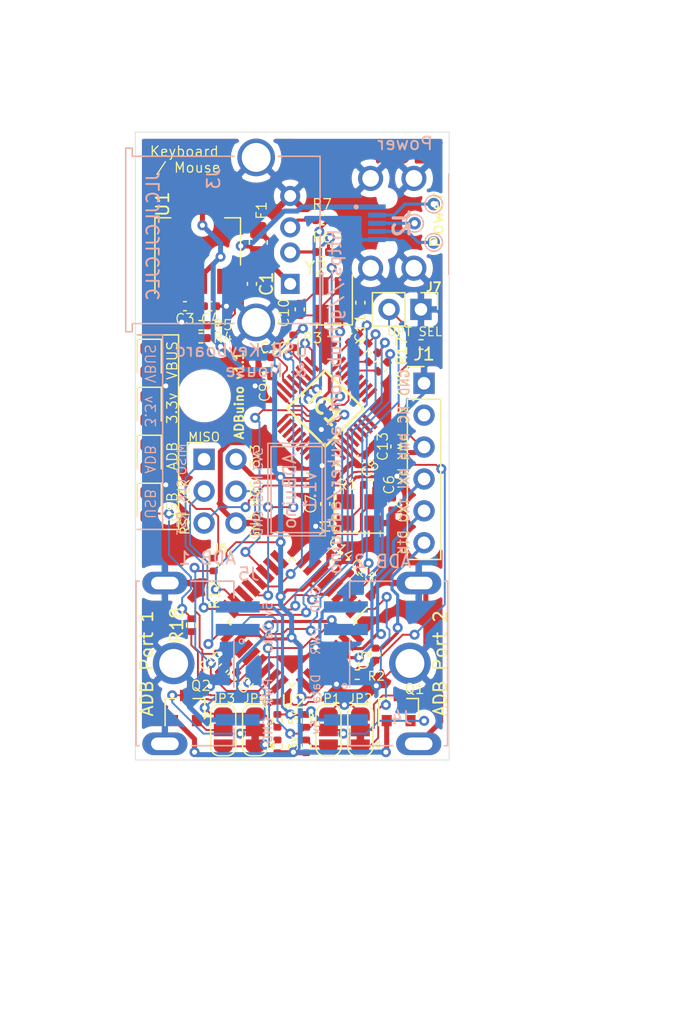
<source format=kicad_pcb>
(kicad_pcb (version 20171130) (host pcbnew "(5.1.9-16-g1737927814)-1")
  (layers (0 F.Cu signal hide) (31 B.Cu signal) (34 B.Paste user) (35 F.Paste user) (36 B.SilkS user) (37 F.SilkS user) (38 B.Mask user hide) (39 F.Mask user) (44 Edge.Cuts user))
  (net 0 "")
  (net 1 ADB_1_5v)
  (net 2 ADB_1_DATA)
  (net 3 ADB_1_PWR_ON)
  (net 4 GND)
  (net 5 +3V3)
  (net 6 VBUS)
  (net 7 Host_USB_D-)
  (net 8 Host_USB_D+)
  (net 9 "Net-(C6-Pad1)")
  (net 10 FTDI_DTR)
  (net 11 "Net-(C7-Pad1)")
  (net 12 "Net-(C10-Pad1)")
  (net 13 "Net-(C11-Pad1)")
  (net 14 "Net-(C12-Pad1)")
  (net 15 MAX3421_INT)
  (net 16 MAX3421_GPX)
  (net 17 MAX3421_SS)
  (net 18 ADB_DATA_LV)
  (net 19 ADB_PWR_ON_LV)
  (net 20 FTDI_TXO)
  (net 21 FTDI_RXI)
  (net 22 "Net-(C2-Pad1)")
  (net 23 "Net-(F1-Pad1)")
  (net 24 "Net-(J3-Pad3)")
  (net 25 "Net-(J3-Pad2)")
  (net 26 /RESET)
  (net 27 "Net-(D1-Pad2)")
  (net 28 "Net-(D2-Pad2)")
  (net 29 "Net-(D3-Pad2)")
  (net 30 DEBUG_LED)
  (net 31 ATMEGA_SS)
  (net 32 ATMEGA_SPI_MOSI)
  (net 33 ATMEGA_SPI_MISO)
  (net 34 ATMEGA_SPI_SCLK)
  (net 35 MAX3421_SPI_MOSI)
  (net 36 MAX3421_SPI_MISO)
  (net 37 MAX3421_SPI_SCLK)
  (net 38 MAX3421_RESET)
  (net 39 "Net-(J2-Pad4)")
  (net 40 "Net-(J2-Pad3)")
  (net 41 "Net-(J2-Pad2)")
  (net 42 "Net-(JP1-Pad2)")
  (net 43 "Net-(JP2-Pad2)")
  (net 44 "Net-(JP3-Pad2)")
  (net 45 "Net-(JP4-Pad2)")
  (net 46 OPTION_SELECT)
  (net 47 "Net-(D4-Pad2)")
  (net 48 USB_STAT_LED)
  (module adbuino_v0p9p1:CUI_MD2-40ST-SMT (layer B.Cu) (at 28.956 67.31 180)
    (fp_text reference J5 (at -5.08 7.112 180) (layer B.SilkS) (effects (font (size 1.000457 1.000457)) (justify mirror)))
    (fp_text value Mini-DIN-4)
    (pad 3 smd rect (at -4.2 4.5 180) (size 3.5 0.9) (layers B.Cu B.Paste B.Mask) (net 1 ADB_1_5v))
    (pad 1 smd rect (at -4.2 2.7 180) (size 3.5 0.9) (layers B.Cu B.Paste B.Mask) (net 2 ADB_1_DATA))
    (pad 2 smd rect (at -4.2 -2.7 180) (size 3.5 0.9) (layers B.Cu B.Paste B.Mask) (net 3 ADB_1_PWR_ON))
    (pad 4 smd rect (at -4.2 -4.5 180) (size 3.5 0.9) (layers B.Cu B.Paste B.Mask) (net 4 GND))
    (pad S3 thru_hole oval (at 1.6 -6.4 180) (size 3.6 1.8) (drill oval 2.2 1) (layers *.Cu *.Mask) (net 4 GND))
    (pad S2 thru_hole oval (at 1.6 6.4 180) (size 3.6 1.8) (drill oval 2.2 1) (layers *.Cu *.Mask) (net 4 GND))
    (pad S1 thru_hole circle (at 0.9 0 180) (size 3.316 3.316) (drill 2.3) (layers *.Cu *.Mask) (net 4 GND))
  )
  (module adbuino_v0p9p1:CUI_MD2-40ST-SMT (layer B.Cu) (at 45.974 67.31)
    (fp_text reference J4 (at 0.254 4.318) (layer B.SilkS) (effects (font (size 1.000457 1.000457)) (justify mirror)))
    (fp_text value Mini-DIN-4)
    (pad 3 smd rect (at -4.2 4.5) (size 3.5 0.9) (layers B.Cu B.Paste B.Mask) (net 1 ADB_1_5v))
    (pad 1 smd rect (at -4.2 2.7) (size 3.5 0.9) (layers B.Cu B.Paste B.Mask) (net 2 ADB_1_DATA))
    (pad 2 smd rect (at -4.2 -2.7) (size 3.5 0.9) (layers B.Cu B.Paste B.Mask) (net 3 ADB_1_PWR_ON))
    (pad 4 smd rect (at -4.2 -4.5) (size 3.5 0.9) (layers B.Cu B.Paste B.Mask) (net 4 GND))
    (pad S3 thru_hole oval (at 1.6 -6.4) (size 3.6 1.8) (drill oval 2.2 1) (layers *.Cu *.Mask) (net 4 GND))
    (pad S2 thru_hole oval (at 1.6 6.4) (size 3.6 1.8) (drill oval 2.2 1) (layers *.Cu *.Mask) (net 4 GND))
    (pad S1 thru_hole circle (at 0.9 0) (size 3.316 3.316) (drill 2.3) (layers *.Cu *.Mask) (net 4 GND))
  )
  (module Connector_PinHeader_2.54mm:PinHeader_2x03_P2.54mm_Vertical (layer F.Cu) (at 30.48 51.054)
    (fp_text reference J6 (at 1.27 7.112) (layer F.SilkS) (effects (font (size 0.7 0.7))))
    (fp_text value "ICSP Programmer")
    (pad 6 thru_hole oval (at 2.54 5.08) (size 1.7 1.7) (drill 1) (layers *.Cu *.Mask) (net 4 GND))
    (pad 5 thru_hole oval (at 0 5.08) (size 1.7 1.7) (drill 1) (layers *.Cu *.Mask) (net 26 /RESET))
    (pad 4 thru_hole oval (at 2.54 2.54) (size 1.7 1.7) (drill 1) (layers *.Cu *.Mask) (net 32 ATMEGA_SPI_MOSI))
    (pad 3 thru_hole oval (at 0 2.54) (size 1.7 1.7) (drill 1) (layers *.Cu *.Mask) (net 34 ATMEGA_SPI_SCLK))
    (pad 2 thru_hole oval (at 2.54 0) (size 1.7 1.7) (drill 1) (layers *.Cu *.Mask) (net 5 +3V3))
    (pad 1 thru_hole rect (at 0 0) (size 1.7 1.7) (drill 1) (layers *.Cu *.Mask) (net 33 ATMEGA_SPI_MISO))
  )
  (module Resistor_SMD:R_0402_1005Metric (layer F.Cu) (at 29.464 64.262 90)
    (fp_text reference R18 (at 0 -1.17 90) (layer F.SilkS))
    (fp_text value 10k)
    (pad 2 smd roundrect (at 0.51 0 90) (size 0.54 0.64) (layers F.Cu F.Paste F.Mask) (net 47 "Net-(D4-Pad2)"))
    (pad 1 smd roundrect (at -0.51 0 90) (size 0.54 0.64) (layers F.Cu F.Paste F.Mask) (net 48 USB_STAT_LED))
  )
  (module SamacSys_Parts:U254051N4BH806 (layer B.Cu) (at 46.228 32.258 270)
    (fp_text reference J2 (at 0 0 90) (layer B.SilkS) (effects (font (size 1.27 1.27) (thickness 0.254)) (justify mirror)))
    (fp_text value U254-051N-4BH806 hide)
    (pad MH6 np_thru_hole circle (at 2 1.165 270) (size 0.65 0) (drill 0.65) (layers *.Cu *.Mask))
    (pad MH5 np_thru_hole circle (at -2 1.165 270) (size 0.65 0) (drill 0.65) (layers *.Cu *.Mask))
    (pad MH4 thru_hole circle (at -3.575 2.485 270) (size 2 2) (drill 1.3285) (layers *.Cu *.Mask) (net 4 GND))
    (pad MH3 thru_hole circle (at 3.575 2.485 270) (size 2 2) (drill 1.3285) (layers *.Cu *.Mask) (net 4 GND))
    (pad MH2 thru_hole circle (at 3.575 -0.965 270) (size 2 2) (drill 1.3285) (layers *.Cu *.Mask) (net 4 GND))
    (pad MH1 thru_hole circle (at -3.575 -0.965 270) (size 2 2) (drill 1.3285) (layers *.Cu *.Mask) (net 4 GND))
    (pad 5 smd rect (at 1.3 1.985 270) (size 0.4 1.4) (layers B.Cu B.Paste B.Mask) (net 4 GND))
    (pad 4 smd rect (at 0.65 1.985 270) (size 0.4 1.4) (layers B.Cu B.Paste B.Mask) (net 39 "Net-(J2-Pad4)"))
    (pad 3 smd rect (at 0 1.985 270) (size 0.4 1.4) (layers B.Cu B.Paste B.Mask) (net 40 "Net-(J2-Pad3)"))
    (pad 2 smd rect (at -0.65 1.985 270) (size 0.4 1.4) (layers B.Cu B.Paste B.Mask) (net 41 "Net-(J2-Pad2)"))
    (pad 1 smd rect (at -1.3 1.985 270) (size 0.4 1.4) (layers B.Cu B.Paste B.Mask) (net 6 VBUS))
  )
  (module SamacSys_Parts:QFP50P700X700X120-32N (layer F.Cu) (at 40.132 47 135)
    (fp_text reference IC1 (at 0 0 135) (layer F.SilkS) (effects (font (size 1.27 1.27) (thickness 0.254))))
    (fp_text value MAX3421EEHJ+ hide)
    (pad 32 smd rect (at -1.75 -3.238 135) (size 0.3 1.475) (layers F.Cu F.Paste F.Mask))
    (pad 31 smd rect (at -1.25 -3.238 135) (size 0.3 1.475) (layers F.Cu F.Paste F.Mask))
    (pad 30 smd rect (at -0.75 -3.238 135) (size 0.3 1.475) (layers F.Cu F.Paste F.Mask))
    (pad 29 smd rect (at -0.25 -3.238 135) (size 0.3 1.475) (layers F.Cu F.Paste F.Mask))
    (pad 28 smd rect (at 0.25 -3.238 135) (size 0.3 1.475) (layers F.Cu F.Paste F.Mask))
    (pad 27 smd rect (at 0.75 -3.238 135) (size 0.3 1.475) (layers F.Cu F.Paste F.Mask))
    (pad 26 smd rect (at 1.25 -3.238 135) (size 0.3 1.475) (layers F.Cu F.Paste F.Mask))
    (pad 25 smd rect (at 1.75 -3.238 135) (size 0.3 1.475) (layers F.Cu F.Paste F.Mask) (net 12 "Net-(C10-Pad1)"))
    (pad 24 smd rect (at 3.238 -1.75 225) (size 0.3 1.475) (layers F.Cu F.Paste F.Mask) (net 13 "Net-(C11-Pad1)"))
    (pad 23 smd rect (at 3.238 -1.25 225) (size 0.3 1.475) (layers F.Cu F.Paste F.Mask) (net 5 +3V3))
    (pad 22 smd rect (at 3.238 -0.75 225) (size 0.3 1.475) (layers F.Cu F.Paste F.Mask) (net 14 "Net-(C12-Pad1)"))
    (pad 21 smd rect (at 3.238 -0.25 225) (size 0.3 1.475) (layers F.Cu F.Paste F.Mask) (net 8 Host_USB_D+))
    (pad 20 smd rect (at 3.238 0.25 225) (size 0.3 1.475) (layers F.Cu F.Paste F.Mask) (net 7 Host_USB_D-))
    (pad 19 smd rect (at 3.238 0.75 225) (size 0.3 1.475) (layers F.Cu F.Paste F.Mask) (net 4 GND))
    (pad 18 smd rect (at 3.238 1.25 225) (size 0.3 1.475) (layers F.Cu F.Paste F.Mask) (net 15 MAX3421_INT))
    (pad 17 smd rect (at 3.238 1.75 225) (size 0.3 1.475) (layers F.Cu F.Paste F.Mask) (net 16 MAX3421_GPX))
    (pad 16 smd rect (at 1.75 3.238 135) (size 0.3 1.475) (layers F.Cu F.Paste F.Mask) (net 35 MAX3421_SPI_MOSI))
    (pad 15 smd rect (at 1.25 3.238 135) (size 0.3 1.475) (layers F.Cu F.Paste F.Mask) (net 36 MAX3421_SPI_MISO))
    (pad 14 smd rect (at 0.75 3.238 135) (size 0.3 1.475) (layers F.Cu F.Paste F.Mask) (net 17 MAX3421_SS))
    (pad 13 smd rect (at 0.25 3.238 135) (size 0.3 1.475) (layers F.Cu F.Paste F.Mask) (net 37 MAX3421_SPI_SCLK))
    (pad 12 smd rect (at -0.25 3.238 135) (size 0.3 1.475) (layers F.Cu F.Paste F.Mask) (net 38 MAX3421_RESET))
    (pad 11 smd rect (at -0.75 3.238 135) (size 0.3 1.475) (layers F.Cu F.Paste F.Mask))
    (pad 10 smd rect (at -1.25 3.238 135) (size 0.3 1.475) (layers F.Cu F.Paste F.Mask))
    (pad 9 smd rect (at -1.75 3.238 135) (size 0.3 1.475) (layers F.Cu F.Paste F.Mask))
    (pad 8 smd rect (at -3.238 1.75 225) (size 0.3 1.475) (layers F.Cu F.Paste F.Mask))
    (pad 7 smd rect (at -3.238 1.25 225) (size 0.3 1.475) (layers F.Cu F.Paste F.Mask))
    (pad 6 smd rect (at -3.238 0.75 225) (size 0.3 1.475) (layers F.Cu F.Paste F.Mask))
    (pad 5 smd rect (at -3.238 0.25 225) (size 0.3 1.475) (layers F.Cu F.Paste F.Mask))
    (pad 4 smd rect (at -3.238 -0.25 225) (size 0.3 1.475) (layers F.Cu F.Paste F.Mask))
    (pad 3 smd rect (at -3.238 -0.75 225) (size 0.3 1.475) (layers F.Cu F.Paste F.Mask) (net 4 GND))
    (pad 2 smd rect (at -3.238 -1.25 225) (size 0.3 1.475) (layers F.Cu F.Paste F.Mask) (net 5 +3V3))
    (pad 1 smd rect (at -3.238 -1.75 225) (size 0.3 1.475) (layers F.Cu F.Paste F.Mask))
  )
  (module LED_SMD:LED_0805_2012Metric (layer F.Cu) (at 26.1112 54.6462 270)
    (fp_text reference D4 hide)
    (fp_text value LED_Small)
    (pad 2 smd roundrect (at 0.9375 0 270) (size 0.975 1.4) (layers F.Cu F.Paste F.Mask) (net 47 "Net-(D4-Pad2)"))
    (pad 1 smd roundrect (at -0.9375 0 270) (size 0.975 1.4) (layers F.Cu F.Paste F.Mask) (net 4 GND))
  )
  (module TestPoint:TestPoint_THTPad_D1.0mm_Drill0.5mm (layer B.Cu) (at 48.768 33.782 90)
    (fp_text reference TP3 hide)
    (fp_text value TestPoint_Small)
    (pad 1 thru_hole circle (at 0 0 90) (size 1 1) (drill 0.5) (layers *.Cu *.Mask) (net 39 "Net-(J2-Pad4)"))
  )
  (module MountingHole:MountingHole_3.2mm_M3 (layer F.Cu) (at 30.5 46)
    (fp_text reference H1 hide)
    (fp_text value MountingHole)
    (pad 1 np_thru_hole circle (at 0 0) (size 3.2 3.2) (drill 3.2) (layers *.Cu *.Mask))
  )
  (module Connector_PinHeader_2.54mm:PinHeader_1x02_P2.54mm_Vertical (layer F.Cu) (at 47.752 39.116 270)
    (fp_text reference J7 (at -1.778 -1.016 180) (layer F.SilkS) (effects (font (size 0.7 0.7))))
    (fp_text value Conn_01x02_Male)
    (pad 2 thru_hole oval (at 0 2.54 270) (size 1.7 1.7) (drill 1) (layers *.Cu *.Mask) (net 46 OPTION_SELECT))
    (pad 1 thru_hole rect (at 0 0 270) (size 1.7 1.7) (drill 1) (layers *.Cu *.Mask) (net 4 GND))
  )
  (module Resistor_SMD:R_0402_1005Metric (layer F.Cu) (at 47.754 41.91 180)
    (fp_text reference R17 (at 1.526 -0.508 90) (layer F.SilkS) (effects (font (size 0.8 0.8))))
    (fp_text value 10k)
    (pad 2 smd roundrect (at 0.51 0 180) (size 0.54 0.64) (layers F.Cu F.Paste F.Mask) (net 46 OPTION_SELECT))
    (pad 1 smd roundrect (at -0.51 0 180) (size 0.54 0.64) (layers F.Cu F.Paste F.Mask) (net 5 +3V3))
  )
  (module TestPoint:TestPoint_THTPad_D1.0mm_Drill0.5mm (layer B.Cu) (at 47.244 32.258 90)
    (fp_text reference TP2 hide)
    (fp_text value TestPoint_Small)
    (pad 1 thru_hole circle (at 0 0 90) (size 1 1) (drill 0.5) (layers *.Cu *.Mask) (net 40 "Net-(J2-Pad3)"))
  )
  (module TestPoint:TestPoint_THTPad_D1.0mm_Drill0.5mm (layer B.Cu) (at 48.768 30.734 90)
    (fp_text reference TP1 hide)
    (fp_text value TestPoint_Small)
    (pad 1 thru_hole circle (at 0 0 90) (size 1 1) (drill 0.5) (layers *.Cu *.Mask) (net 41 "Net-(J2-Pad2)"))
  )
  (module Jumper:SolderJumper-3_P1.3mm_Bridged12_RoundedPad1.0x1.5mm (layer F.Cu) (at 34.544 72.614 90)
    (fp_text reference JP4 (at 2.51 0 180) (layer F.SilkS) (effects (font (size 0.7 0.7) (thickness 0.1))))
    (fp_text value SolderJumper_3_Bridged12)
    (fp_poly (pts (xy -0.9 -0.3) (xy -0.4 -0.3) (xy -0.4 0.3) (xy -0.9 0.3)) (layer F.Cu) (width 0))
    (pad 1 smd custom (at -1.3 0 90) (size 1 0.5) (layers F.Cu F.Mask) (net 19 ADB_PWR_ON_LV) (options (clearance outline) (anchor rect)) (primitives (gr_circle (center 0 0.25) (end 0.5 0.25) (width 0)) (gr_circle (center 0 -0.25) (end 0.5 -0.25) (width 0)) (gr_poly (pts (xy 0.55 -0.75) (xy 0 -0.75) (xy 0 0.75) (xy 0.55 0.75)) (width 0))))
    (pad 2 smd rect (at 0 0 90) (size 1 1.5) (layers F.Cu F.Mask) (net 45 "Net-(JP4-Pad2)"))
    (pad 3 smd custom (at 1.3 0 90) (size 1 0.5) (layers F.Cu F.Mask) (net 3 ADB_1_PWR_ON) (options (clearance outline) (anchor rect)) (primitives (gr_circle (center 0 0.25) (end 0.5 0.25) (width 0)) (gr_circle (center 0 -0.25) (end 0.5 -0.25) (width 0)) (gr_poly (pts (xy -0.55 -0.75) (xy 0 -0.75) (xy 0 0.75) (xy -0.55 0.75)) (width 0))))
  )
  (module Jumper:SolderJumper-3_P1.3mm_Bridged12_RoundedPad1.0x1.5mm (layer F.Cu) (at 32.004 72.614 270)
    (fp_text reference JP3 (at -2.51 0 180) (layer F.SilkS) (effects (font (size 0.7 0.7) (thickness 0.1))))
    (fp_text value SolderJumper_3_Bridged12)
    (fp_poly (pts (xy -0.9 -0.3) (xy -0.4 -0.3) (xy -0.4 0.3) (xy -0.9 0.3)) (layer F.Cu) (width 0))
    (pad 1 smd custom (at -1.3 0 270) (size 1 0.5) (layers F.Cu F.Mask) (net 3 ADB_1_PWR_ON) (options (clearance outline) (anchor rect)) (primitives (gr_circle (center 0 0.25) (end 0.5 0.25) (width 0)) (gr_circle (center 0 -0.25) (end 0.5 -0.25) (width 0)) (gr_poly (pts (xy 0.55 -0.75) (xy 0 -0.75) (xy 0 0.75) (xy 0.55 0.75)) (width 0))))
    (pad 2 smd rect (at 0 0 270) (size 1 1.5) (layers F.Cu F.Mask) (net 44 "Net-(JP3-Pad2)"))
    (pad 3 smd custom (at 1.3 0 270) (size 1 0.5) (layers F.Cu F.Mask) (net 19 ADB_PWR_ON_LV) (options (clearance outline) (anchor rect)) (primitives (gr_circle (center 0 0.25) (end 0.5 0.25) (width 0)) (gr_circle (center 0 -0.25) (end 0.5 -0.25) (width 0)) (gr_poly (pts (xy -0.55 -0.75) (xy 0 -0.75) (xy 0 0.75) (xy -0.55 0.75)) (width 0))))
  )
  (module Jumper:SolderJumper-3_P1.3mm_Bridged12_RoundedPad1.0x1.5mm (layer F.Cu) (at 42.926 72.614 90)
    (fp_text reference JP2 (at 2.51 0 180) (layer F.SilkS) (effects (font (size 0.7 0.7) (thickness 0.1))))
    (fp_text value SolderJumper_3_Bridged12)
    (fp_poly (pts (xy -0.9 -0.3) (xy -0.4 -0.3) (xy -0.4 0.3) (xy -0.9 0.3)) (layer F.Cu) (width 0))
    (pad 1 smd custom (at -1.3 0 90) (size 1 0.5) (layers F.Cu F.Mask) (net 18 ADB_DATA_LV) (options (clearance outline) (anchor rect)) (primitives (gr_circle (center 0 0.25) (end 0.5 0.25) (width 0)) (gr_circle (center 0 -0.25) (end 0.5 -0.25) (width 0)) (gr_poly (pts (xy 0.55 -0.75) (xy 0 -0.75) (xy 0 0.75) (xy 0.55 0.75)) (width 0))))
    (pad 2 smd rect (at 0 0 90) (size 1 1.5) (layers F.Cu F.Mask) (net 43 "Net-(JP2-Pad2)"))
    (pad 3 smd custom (at 1.3 0 90) (size 1 0.5) (layers F.Cu F.Mask) (net 2 ADB_1_DATA) (options (clearance outline) (anchor rect)) (primitives (gr_circle (center 0 0.25) (end 0.5 0.25) (width 0)) (gr_circle (center 0 -0.25) (end 0.5 -0.25) (width 0)) (gr_poly (pts (xy -0.55 -0.75) (xy 0 -0.75) (xy 0 0.75) (xy -0.55 0.75)) (width 0))))
  )
  (module Jumper:SolderJumper-3_P1.3mm_Bridged12_RoundedPad1.0x1.5mm (layer F.Cu) (at 40.386 72.614 270)
    (fp_text reference JP1 (at -2.51 0 180) (layer F.SilkS) (effects (font (size 0.7 0.7) (thickness 0.1))))
    (fp_text value SolderJumper_3_Bridged12)
    (fp_poly (pts (xy -0.9 -0.3) (xy -0.4 -0.3) (xy -0.4 0.3) (xy -0.9 0.3)) (layer F.Cu) (width 0))
    (pad 1 smd custom (at -1.3 0 270) (size 1 0.5) (layers F.Cu F.Mask) (net 2 ADB_1_DATA) (options (clearance outline) (anchor rect)) (primitives (gr_circle (center 0 0.25) (end 0.5 0.25) (width 0)) (gr_circle (center 0 -0.25) (end 0.5 -0.25) (width 0)) (gr_poly (pts (xy 0.55 -0.75) (xy 0 -0.75) (xy 0 0.75) (xy 0.55 0.75)) (width 0))))
    (pad 2 smd rect (at 0 0 270) (size 1 1.5) (layers F.Cu F.Mask) (net 42 "Net-(JP1-Pad2)"))
    (pad 3 smd custom (at 1.3 0 270) (size 1 0.5) (layers F.Cu F.Mask) (net 18 ADB_DATA_LV) (options (clearance outline) (anchor rect)) (primitives (gr_circle (center 0 0.25) (end 0.5 0.25) (width 0)) (gr_circle (center 0 -0.25) (end 0.5 -0.25) (width 0)) (gr_poly (pts (xy -0.55 -0.75) (xy 0 -0.75) (xy 0 0.75) (xy -0.55 0.75)) (width 0))))
  )
  (module Resistor_SMD:R_0402_1005Metric (layer F.Cu) (at 44.704 43.688 45)
    (fp_text reference R16)
    (fp_text value 750)
    (pad 2 smd roundrect (at 0.51 0 45) (size 0.54 0.64) (layers F.Cu F.Paste F.Mask) (net 34 ATMEGA_SPI_SCLK))
    (pad 1 smd roundrect (at -0.51 0 45) (size 0.54 0.64) (layers F.Cu F.Paste F.Mask) (net 37 MAX3421_SPI_SCLK))
  )
  (module Resistor_SMD:R_0402_1005Metric (layer F.Cu) (at 42.418 41.402 45)
    (fp_text reference R14)
    (fp_text value 750)
    (pad 2 smd roundrect (at 0.51 0 45) (size 0.54 0.64) (layers F.Cu F.Paste F.Mask) (net 32 ATMEGA_SPI_MOSI))
    (pad 1 smd roundrect (at -0.51 0 45) (size 0.54 0.64) (layers F.Cu F.Paste F.Mask) (net 35 MAX3421_SPI_MOSI))
  )
  (module Resistor_SMD:R_0402_1005Metric (layer F.Cu) (at 43.942 42.926 45)
    (fp_text reference R13)
    (fp_text value 750)
    (pad 2 smd roundrect (at 0.51 0 45) (size 0.54 0.64) (layers F.Cu F.Paste F.Mask) (net 31 ATMEGA_SS))
    (pad 1 smd roundrect (at -0.51 0 45) (size 0.54 0.64) (layers F.Cu F.Paste F.Mask) (net 17 MAX3421_SS))
  )
  (module Resistor_SMD:R_0402_1005Metric (layer F.Cu) (at 43.18 42.164 45)
    (fp_text reference R15)
    (fp_text value 750)
    (pad 2 smd roundrect (at 0.51 0 45) (size 0.54 0.64) (layers F.Cu F.Paste F.Mask) (net 33 ATMEGA_SPI_MISO))
    (pad 1 smd roundrect (at -0.51 0 45) (size 0.54 0.64) (layers F.Cu F.Paste F.Mask) (net 36 MAX3421_SPI_MISO))
  )
  (module Package_TO_SOT_SMD:SOT-23 (layer F.Cu) (at 45.974 70.866 90)
    (fp_text reference Q1 (at 1.524 1.27 180) (layer F.SilkS) (effects (font (size 0.8 0.8) (thickness 0.1))))
    (fp_text value BSS138)
    (pad 3 smd rect (at 1 0 90) (size 0.9 0.8) (layers F.Cu F.Paste F.Mask) (net 43 "Net-(JP2-Pad2)"))
    (pad 2 smd rect (at -1 0.95 90) (size 0.9 0.8) (layers F.Cu F.Paste F.Mask) (net 42 "Net-(JP1-Pad2)"))
    (pad 1 smd rect (at -1 -0.95 90) (size 0.9 0.8) (layers F.Cu F.Paste F.Mask) (net 5 +3V3))
  )
  (module Capacitor_SMD:C_0402_1005Metric (layer F.Cu) (at 35.306 42.926 180)
    (fp_text reference C12 (at -0.762 0.762) (layer F.SilkS) (effects (font (size 0.8 0.8) (thickness 0.1))))
    (fp_text value 100n)
    (pad 2 smd roundrect (at 0.48 0 180) (size 0.56 0.62) (layers F.Cu F.Paste F.Mask) (net 4 GND))
    (pad 1 smd roundrect (at -0.48 0 180) (size 0.56 0.62) (layers F.Cu F.Paste F.Mask) (net 14 "Net-(C12-Pad1)"))
  )
  (module Crystal:Crystal_SMD_3225-4Pin_3.2x2.5mm (layer F.Cu) (at 40.64 38.354 90)
    (fp_text reference Y2 (at 2.54 -1.27 180) (layer F.SilkS))
    (fp_text value 12MHz)
    (pad 4 smd rect (at -1.1 -0.85 90) (size 1.4 1.2) (layers F.Cu F.Paste F.Mask) (net 4 GND))
    (pad 3 smd rect (at 1.1 -0.85 90) (size 1.4 1.2) (layers F.Cu F.Paste F.Mask) (net 12 "Net-(C10-Pad1)"))
    (pad 2 smd rect (at 1.1 0.85 90) (size 1.4 1.2) (layers F.Cu F.Paste F.Mask) (net 4 GND))
    (pad 1 smd rect (at -1.1 0.85 90) (size 1.4 1.2) (layers F.Cu F.Paste F.Mask) (net 13 "Net-(C11-Pad1)"))
  )
  (module Capacitor_SMD:C_0402_1005Metric (layer F.Cu) (at 45.72 50.038 90)
    (fp_text reference C13 (at 0 -1.016 90) (layer F.SilkS) (effects (font (size 0.8 0.8) (thickness 0.1))))
    (fp_text value 100n)
    (pad 2 smd roundrect (at 0.48 0 90) (size 0.56 0.62) (layers F.Cu F.Paste F.Mask) (net 4 GND))
    (pad 1 smd roundrect (at -0.48 0 90) (size 0.56 0.62) (layers F.Cu F.Paste F.Mask) (net 5 +3V3))
  )
  (module Resistor_SMD:R_0402_1005Metric (layer F.Cu) (at 31.242 59.436 90)
    (fp_text reference R12 (at -2.40284 0.0508 90) (layer F.SilkS) (effects (font (size 0.8 0.8) (thickness 0.1))))
    (fp_text value 10k)
    (pad 2 smd roundrect (at 0.51 0 90) (size 0.54 0.64) (layers F.Cu F.Paste F.Mask) (net 29 "Net-(D3-Pad2)"))
    (pad 1 smd roundrect (at -0.51 0 90) (size 0.54 0.64) (layers F.Cu F.Paste F.Mask) (net 30 DEBUG_LED))
  )
  (module Resistor_SMD:R_0402_1005Metric (layer F.Cu) (at 36.322 71.882 270)
    (fp_text reference R11 hide)
    (fp_text value 10k)
    (pad 2 smd roundrect (at 0.51 0 270) (size 0.54 0.64) (layers F.Cu F.Paste F.Mask) (net 3 ADB_1_PWR_ON))
    (pad 1 smd roundrect (at -0.51 0 270) (size 0.54 0.64) (layers F.Cu F.Paste F.Mask) (net 1 ADB_1_5v))
  )
  (module Resistor_SMD:R_0402_1005Metric (layer F.Cu) (at 36.322 73.914 90)
    (fp_text reference R10 hide)
    (fp_text value 10k)
    (pad 2 smd roundrect (at 0.51 0 90) (size 0.54 0.64) (layers F.Cu F.Paste F.Mask) (net 19 ADB_PWR_ON_LV))
    (pad 1 smd roundrect (at -0.51 0 90) (size 0.54 0.64) (layers F.Cu F.Paste F.Mask) (net 5 +3V3))
  )
  (module Resistor_SMD:R_0402_1005Metric (layer F.Cu) (at 38.608 71.882 270)
    (fp_text reference R9 hide)
    (fp_text value 10k)
    (pad 2 smd roundrect (at 0.51 0 270) (size 0.54 0.64) (layers F.Cu F.Paste F.Mask) (net 2 ADB_1_DATA))
    (pad 1 smd roundrect (at -0.51 0 270) (size 0.54 0.64) (layers F.Cu F.Paste F.Mask) (net 1 ADB_1_5v))
  )
  (module Resistor_SMD:R_0402_1005Metric (layer F.Cu) (at 38.608 73.914 90)
    (fp_text reference R8 hide)
    (fp_text value 10k)
    (pad 2 smd roundrect (at 0.51 0 90) (size 0.54 0.64) (layers F.Cu F.Paste F.Mask) (net 18 ADB_DATA_LV))
    (pad 1 smd roundrect (at -0.51 0 90) (size 0.54 0.64) (layers F.Cu F.Paste F.Mask) (net 5 +3V3))
  )
  (module Resistor_SMD:R_0402_1005Metric (layer F.Cu) (at 39.878 32.004 180)
    (fp_text reference R7 (at 0 1.27) (layer F.SilkS) (effects (font (size 0.8 0.8) (thickness 0.1))))
    (fp_text value 33)
    (pad 2 smd roundrect (at 0.51 0 180) (size 0.54 0.64) (layers F.Cu F.Paste F.Mask) (net 24 "Net-(J3-Pad3)"))
    (pad 1 smd roundrect (at -0.51 0 180) (size 0.54 0.64) (layers F.Cu F.Paste F.Mask) (net 8 Host_USB_D+))
  )
  (module Resistor_SMD:R_0402_1005Metric (layer F.Cu) (at 39.876 34.544)
    (fp_text reference R6 (at 0 -1.17) (layer F.SilkS) (effects (font (size 0.8 0.8) (thickness 0.1))))
    (fp_text value 33)
    (pad 2 smd roundrect (at 0.51 0) (size 0.54 0.64) (layers F.Cu F.Paste F.Mask) (net 7 Host_USB_D-))
    (pad 1 smd roundrect (at -0.51 0) (size 0.54 0.64) (layers F.Cu F.Paste F.Mask) (net 25 "Net-(J3-Pad2)"))
  )
  (module Resistor_SMD:R_0402_1005Metric (layer F.Cu) (at 30.226 40.386 180)
    (fp_text reference R5 (at -1.73936 0.02032 180) (layer F.SilkS) (effects (font (size 0.8 0.8) (thickness 0.1))))
    (fp_text value 10k)
    (pad 2 smd roundrect (at 0.51 0 180) (size 0.54 0.64) (layers F.Cu F.Paste F.Mask) (net 28 "Net-(D2-Pad2)"))
    (pad 1 smd roundrect (at -0.51 0 180) (size 0.54 0.64) (layers F.Cu F.Paste F.Mask) (net 6 VBUS))
  )
  (module Resistor_SMD:R_0402_1005Metric (layer F.Cu) (at 30.226 41.402 180)
    (fp_text reference R4 (at -1.74444 0.01524 180) (layer F.SilkS) (effects (font (size 0.8 0.8) (thickness 0.1))))
    (fp_text value 10k)
    (pad 2 smd roundrect (at 0.51 0 180) (size 0.54 0.64) (layers F.Cu F.Paste F.Mask) (net 27 "Net-(D1-Pad2)"))
    (pad 1 smd roundrect (at -0.51 0 180) (size 0.54 0.64) (layers F.Cu F.Paste F.Mask) (net 5 +3V3))
  )
  (module Resistor_SMD:R_0402_1005Metric (layer F.Cu) (at 37.592 41.656 270)
    (fp_text reference R3 (at -0.254 -1.524 180) (layer F.SilkS) (effects (font (size 0.8 0.8) (thickness 0.1))))
    (fp_text value 2.2k)
    (pad 2 smd roundrect (at 0.51 0 270) (size 0.54 0.64) (layers F.Cu F.Paste F.Mask) (net 15 MAX3421_INT))
    (pad 1 smd roundrect (at -0.51 0 270) (size 0.54 0.64) (layers F.Cu F.Paste F.Mask) (net 5 +3V3))
  )
  (module Resistor_SMD:R_0402_1005Metric (layer F.Cu) (at 42.674 68.199 180)
    (fp_text reference R2 (at -1.522 -0.127) (layer F.SilkS) (effects (font (size 0.7 0.7) (thickness 0.1))))
    (fp_text value 10k)
    (pad 2 smd roundrect (at 0.51 0 180) (size 0.54 0.64) (layers F.Cu F.Paste F.Mask) (net 26 /RESET))
    (pad 1 smd roundrect (at -0.51 0 180) (size 0.54 0.64) (layers F.Cu F.Paste F.Mask) (net 5 +3V3))
  )
  (module Resistor_SMD:R_0402_1005Metric (layer F.Cu) (at 43.686 53.086 180)
    (fp_text reference R1 (at 1.776 0) (layer F.SilkS) (effects (font (size 0.8 0.8) (thickness 0.1))))
    (fp_text value 1M)
    (pad 2 smd roundrect (at 0.51 0 180) (size 0.54 0.64) (layers F.Cu F.Paste F.Mask) (net 11 "Net-(C7-Pad1)"))
    (pad 1 smd roundrect (at -0.51 0 180) (size 0.54 0.64) (layers F.Cu F.Paste F.Mask) (net 9 "Net-(C6-Pad1)"))
  )
  (module Capacitor_SMD:C_0402_1005Metric (layer F.Cu) (at 32.035429 67.681789 225)
    (fp_text reference C16 (at 0.298145 1.183144 45) (layer F.SilkS) (effects (font (size 0.7 0.7) (thickness 0.1))))
    (fp_text value 100n)
    (pad 2 smd roundrect (at 0.48 0 225) (size 0.56 0.62) (layers F.Cu F.Paste F.Mask) (net 4 GND))
    (pad 1 smd roundrect (at -0.48 0 225) (size 0.56 0.62) (layers F.Cu F.Paste F.Mask) (net 5 +3V3))
  )
  (module Capacitor_SMD:C_0402_1005Metric (layer F.Cu) (at 42.418 60.452 315)
    (fp_text reference C15 (at 0.179605 -0.898026 135) (layer F.SilkS) (effects (font (size 0.8 0.8) (thickness 0.1))))
    (fp_text value 100n)
    (pad 2 smd roundrect (at 0.48 0 315) (size 0.56 0.62) (layers F.Cu F.Paste F.Mask) (net 4 GND))
    (pad 1 smd roundrect (at -0.48 0 315) (size 0.56 0.62) (layers F.Cu F.Paste F.Mask) (net 5 +3V3))
  )
  (module Capacitor_SMD:C_0402_1005Metric (layer F.Cu) (at 40.894 58.928 315)
    (fp_text reference C14 (at -0.179605 -0.898026 135) (layer F.SilkS) (effects (font (size 0.8 0.8) (thickness 0.1))))
    (fp_text value 100n)
    (pad 2 smd roundrect (at 0.48 0 315) (size 0.56 0.62) (layers F.Cu F.Paste F.Mask) (net 4 GND))
    (pad 1 smd roundrect (at -0.48 0 315) (size 0.56 0.62) (layers F.Cu F.Paste F.Mask) (net 5 +3V3))
  )
  (module Capacitor_SMD:C_0402_1005Metric (layer F.Cu) (at 42.926 38.58 90)
    (fp_text reference C11 (at -2.032 0 90) (layer F.SilkS) (effects (font (size 0.8 0.8) (thickness 0.1))))
    (fp_text value 30p)
    (pad 2 smd roundrect (at 0.48 0 90) (size 0.56 0.62) (layers F.Cu F.Paste F.Mask) (net 4 GND))
    (pad 1 smd roundrect (at -0.48 0 90) (size 0.56 0.62) (layers F.Cu F.Paste F.Mask) (net 13 "Net-(C11-Pad1)"))
  )
  (module Capacitor_SMD:C_0402_1005Metric (layer F.Cu) (at 38.1 39.116 270)
    (fp_text reference C10 (at 0.282 1.27 270) (layer F.SilkS) (effects (font (size 0.8 0.8) (thickness 0.1))))
    (fp_text value 30p)
    (pad 2 smd roundrect (at 0.48 0 270) (size 0.56 0.62) (layers F.Cu F.Paste F.Mask) (net 4 GND))
    (pad 1 smd roundrect (at -0.48 0 270) (size 0.56 0.62) (layers F.Cu F.Paste F.Mask) (net 12 "Net-(C10-Pad1)"))
  )
  (module Capacitor_SMD:C_0402_1005Metric (layer F.Cu) (at 35.306 44.45 180)
    (fp_text reference C9 (at 0 -1.27 270) (layer F.SilkS) (effects (font (size 0.8 0.8) (thickness 0.1))))
    (fp_text value 100n)
    (pad 2 smd roundrect (at 0.48 0 180) (size 0.56 0.62) (layers F.Cu F.Paste F.Mask) (net 4 GND))
    (pad 1 smd roundrect (at -0.48 0 180) (size 0.56 0.62) (layers F.Cu F.Paste F.Mask) (net 5 +3V3))
  )
  (module Capacitor_SMD:C_0402_1005Metric (layer F.Cu) (at 42.926 51.054 45)
    (fp_text reference C8 (at 0 1.077631 45) (layer F.SilkS) (effects (font (size 0.8 0.8) (thickness 0.1))))
    (fp_text value 100n)
    (pad 2 smd roundrect (at 0.48 0 45) (size 0.56 0.62) (layers F.Cu F.Paste F.Mask) (net 4 GND))
    (pad 1 smd roundrect (at -0.48 0 45) (size 0.56 0.62) (layers F.Cu F.Paste F.Mask) (net 5 +3V3))
  )
  (module Capacitor_SMD:C_0402_1005Metric (layer F.Cu) (at 40.132 54.61 90)
    (fp_text reference C7 (at 0 -1.16 90) (layer F.SilkS) (effects (font (size 0.8 0.8) (thickness 0.1))))
    (fp_text value 4p)
    (pad 2 smd roundrect (at 0.48 0 90) (size 0.56 0.62) (layers F.Cu F.Paste F.Mask) (net 4 GND))
    (pad 1 smd roundrect (at -0.48 0 90) (size 0.56 0.62) (layers F.Cu F.Paste F.Mask) (net 11 "Net-(C7-Pad1)"))
  )
  (module Capacitor_SMD:C_0402_1005Metric (layer F.Cu) (at 45.466 54.61 270)
    (fp_text reference C6 (at -1.524 0.254 90) (layer F.SilkS) (effects (font (size 0.8 0.8) (thickness 0.1))))
    (fp_text value 4p)
    (pad 2 smd roundrect (at 0.48 0 270) (size 0.56 0.62) (layers F.Cu F.Paste F.Mask) (net 4 GND))
    (pad 1 smd roundrect (at -0.48 0 270) (size 0.56 0.62) (layers F.Cu F.Paste F.Mask) (net 9 "Net-(C6-Pad1)"))
  )
  (module Capacitor_SMD:C_0402_1005Metric (layer F.Cu) (at 44.12996 66.576 90)
    (fp_text reference C5 (at -0.48 -0.94996 90) (layer F.SilkS) (effects (font (size 0.8 0.8) (thickness 0.1))))
    (fp_text value 100n)
    (pad 2 smd roundrect (at 0.48 0 90) (size 0.56 0.62) (layers F.Cu F.Paste F.Mask) (net 10 FTDI_DTR))
    (pad 1 smd roundrect (at -0.48 0 90) (size 0.56 0.62) (layers F.Cu F.Paste F.Mask) (net 26 /RESET))
  )
  (module Capacitor_SMD:C_0402_1005Metric (layer F.Cu) (at 30.988 38.862)
    (fp_text reference C4 (at 0 1.016) (layer F.SilkS) (effects (font (size 0.8 0.8) (thickness 0.1))))
    (fp_text value 10u)
    (pad 2 smd roundrect (at 0.48 0) (size 0.56 0.62) (layers F.Cu F.Paste F.Mask) (net 4 GND))
    (pad 1 smd roundrect (at -0.48 0) (size 0.56 0.62) (layers F.Cu F.Paste F.Mask) (net 5 +3V3))
  )
  (module Capacitor_SMD:C_0402_1005Metric (layer F.Cu) (at 28.956 38.862 180)
    (fp_text reference C3 (at 0 -1.016) (layer F.SilkS) (effects (font (size 0.8 0.8) (thickness 0.1))))
    (fp_text value 100n)
    (pad 2 smd roundrect (at 0.48 0 180) (size 0.56 0.62) (layers F.Cu F.Paste F.Mask) (net 4 GND))
    (pad 1 smd roundrect (at -0.48 0 180) (size 0.56 0.62) (layers F.Cu F.Paste F.Mask) (net 5 +3V3))
  )
  (module Capacitor_SMD:C_0402_1005Metric (layer F.Cu) (at 32.72536 68.3768 225)
    (fp_text reference C2 (at -0.244263 -1.250052 45) (layer F.SilkS) (effects (font (size 0.7 0.7) (thickness 0.1))))
    (fp_text value 100n)
    (pad 2 smd roundrect (at 0.48 0 225) (size 0.56 0.62) (layers F.Cu F.Paste F.Mask) (net 4 GND))
    (pad 1 smd roundrect (at -0.48 0 225) (size 0.56 0.62) (layers F.Cu F.Paste F.Mask) (net 22 "Net-(C2-Pad1)"))
  )
  (module Capacitor_SMD:C_0402_1005Metric (layer F.Cu) (at 34.29 37.084 270)
    (fp_text reference C1 (at 0 -1.16 90) (layer F.SilkS))
    (fp_text value 10u)
    (pad 2 smd roundrect (at 0.48 0 270) (size 0.56 0.62) (layers F.Cu F.Paste F.Mask) (net 4 GND))
    (pad 1 smd roundrect (at -0.48 0 270) (size 0.56 0.62) (layers F.Cu F.Paste F.Mask) (net 6 VBUS))
  )
  (module LED_SMD:LED_0805_2012Metric (layer F.Cu) (at 26.1112 50.8231 270)
    (fp_text reference D3)
    (fp_text value LED_Small)
    (pad 2 smd roundrect (at 0.9375 0 270) (size 0.975 1.4) (layers F.Cu F.Paste F.Mask) (net 29 "Net-(D3-Pad2)"))
    (pad 1 smd roundrect (at -0.9375 0 270) (size 0.975 1.4) (layers F.Cu F.Paste F.Mask) (net 4 GND))
  )
  (module LED_SMD:LED_0805_2012Metric (layer F.Cu) (at 26.1112 43.18 270)
    (fp_text reference D2)
    (fp_text value LED_Small)
    (pad 2 smd roundrect (at 0.9375 0 270) (size 0.975 1.4) (layers F.Cu F.Paste F.Mask) (net 28 "Net-(D2-Pad2)"))
    (pad 1 smd roundrect (at -0.9375 0 270) (size 0.975 1.4) (layers F.Cu F.Paste F.Mask) (net 4 GND))
  )
  (module LED_SMD:LED_0805_2012Metric (layer F.Cu) (at 26.1112 47.00155 270)
    (fp_text reference D1)
    (fp_text value LED_Small)
    (pad 2 smd roundrect (at 0.9375 0 270) (size 0.975 1.4) (layers F.Cu F.Paste F.Mask) (net 27 "Net-(D1-Pad2)"))
    (pad 1 smd roundrect (at -0.9375 0 270) (size 0.975 1.4) (layers F.Cu F.Paste F.Mask) (net 4 GND))
  )
  (module Connector_PinHeader_2.54mm:PinHeader_1x06_P2.54mm_Vertical (layer F.Cu) (at 48 45)
    (fp_text reference J1 (at 0 -2.33) (layer F.SilkS))
    (fp_text value Conn_01x06_Male)
    (pad 6 thru_hole oval (at 0 12.7) (size 1.7 1.7) (drill 1) (layers *.Cu *.Mask) (net 10 FTDI_DTR))
    (pad 5 thru_hole oval (at 0 10.16) (size 1.7 1.7) (drill 1) (layers *.Cu *.Mask) (net 20 FTDI_TXO))
    (pad 4 thru_hole oval (at 0 7.62) (size 1.7 1.7) (drill 1) (layers *.Cu *.Mask) (net 21 FTDI_RXI))
    (pad 3 thru_hole oval (at 0 5.08) (size 1.7 1.7) (drill 1) (layers *.Cu *.Mask) (net 5 +3V3))
    (pad 2 thru_hole oval (at 0 2.54) (size 1.7 1.7) (drill 1) (layers *.Cu *.Mask))
    (pad 1 thru_hole rect (at 0 0) (size 1.7 1.7) (drill 1) (layers *.Cu *.Mask) (net 4 GND))
  )
  (module Fuse:Fuse_0805_2012Metric_Castellated (layer F.Cu) (at 34.798 33.782 270)
    (fp_text reference F1 (at -2.54 -0.254 90) (layer F.SilkS) (effects (font (size 0.8 0.8) (thickness 0.1))))
    (fp_text value Polyfuse)
    (pad 2 smd roundrect (at 0.9625 0 270) (size 1.325 1.3) (layers F.Cu F.Paste F.Mask) (roundrect_rratio 0.1923069230769231) (net 6 VBUS))
    (pad 1 smd roundrect (at -0.9625 0 270) (size 1.325 1.3) (layers F.Cu F.Paste F.Mask) (roundrect_rratio 0.1923069230769231) (net 23 "Net-(F1-Pad1)"))
  )
  (module Crystal:Crystal_SMD_3225-4Pin_3.2x2.5mm (layer F.Cu) (at 42.842 55.284)
    (fp_text reference Y1 (at -2.71 1.104 90) (layer F.SilkS) (effects (font (size 0.8 0.8) (thickness 0.1))))
    (fp_text value 16MHz)
    (pad 4 smd rect (at -1.1 -0.85) (size 1.4 1.2) (layers F.Cu F.Paste F.Mask) (net 4 GND))
    (pad 3 smd rect (at 1.1 -0.85) (size 1.4 1.2) (layers F.Cu F.Paste F.Mask) (net 9 "Net-(C6-Pad1)"))
    (pad 2 smd rect (at 1.1 0.85) (size 1.4 1.2) (layers F.Cu F.Paste F.Mask) (net 4 GND))
    (pad 1 smd rect (at -1.1 0.85) (size 1.4 1.2) (layers F.Cu F.Paste F.Mask) (net 11 "Net-(C7-Pad1)"))
  )
  (module Package_TO_SOT_SMD:SOT-23 (layer F.Cu) (at 28.956 70.866 90)
    (fp_text reference Q2 (at 1.778 1.27) (layer F.SilkS) (effects (font (size 0.8 0.8) (thickness 0.1))))
    (fp_text value BSS138)
    (pad 3 smd rect (at 1 0 90) (size 0.9 0.8) (layers F.Cu F.Paste F.Mask) (net 45 "Net-(JP4-Pad2)"))
    (pad 2 smd rect (at -1 0.95 90) (size 0.9 0.8) (layers F.Cu F.Paste F.Mask) (net 44 "Net-(JP3-Pad2)"))
    (pad 1 smd rect (at -1 -0.95 90) (size 0.9 0.8) (layers F.Cu F.Paste F.Mask) (net 5 +3V3))
  )
  (module Package_TO_SOT_SMD:SOT-223-3_TabPin2 (layer F.Cu) (at 29.972 33.734 90)
    (fp_text reference U1 (at 3 -2.794 90) (layer F.SilkS))
    (fp_text value AMS1117-3.3)
    (pad 1 smd rect (at -3.15 -2.3 90) (size 2 1.5) (layers F.Cu F.Paste F.Mask) (net 4 GND))
    (pad 3 smd rect (at -3.15 2.3 90) (size 2 1.5) (layers F.Cu F.Paste F.Mask) (net 6 VBUS))
    (pad 2 smd rect (at -3.15 0 90) (size 2 1.5) (layers F.Cu F.Paste F.Mask) (net 5 +3V3))
    (pad 2 smd rect (at 3.15 0 90) (size 2 3.8) (layers F.Cu F.Paste F.Mask) (net 5 +3V3))
  )
  (module Package_QFP:TQFP-32_7x7mm_P0.8mm (layer F.Cu) (at 37.5 64 225)
    (fp_text reference U2 (at 4.430731 -4.560839) (layer F.SilkS))
    (fp_text value ATmega328P-AU)
    (pad 32 smd rect (at -2.8 -4.25 315) (size 1.6 0.55) (layers F.Cu F.Paste F.Mask) (net 19 ADB_PWR_ON_LV))
    (pad 31 smd rect (at -2 -4.25 315) (size 1.6 0.55) (layers F.Cu F.Paste F.Mask) (net 20 FTDI_TXO))
    (pad 30 smd rect (at -1.2 -4.25 315) (size 1.6 0.55) (layers F.Cu F.Paste F.Mask) (net 21 FTDI_RXI))
    (pad 29 smd rect (at -0.4 -4.25 315) (size 1.6 0.55) (layers F.Cu F.Paste F.Mask) (net 26 /RESET))
    (pad 28 smd rect (at 0.4 -4.25 315) (size 1.6 0.55) (layers F.Cu F.Paste F.Mask))
    (pad 27 smd rect (at 1.2 -4.25 315) (size 1.6 0.55) (layers F.Cu F.Paste F.Mask))
    (pad 26 smd rect (at 2 -4.25 315) (size 1.6 0.55) (layers F.Cu F.Paste F.Mask))
    (pad 25 smd rect (at 2.8 -4.25 315) (size 1.6 0.55) (layers F.Cu F.Paste F.Mask))
    (pad 24 smd rect (at 4.25 -2.8 225) (size 1.6 0.55) (layers F.Cu F.Paste F.Mask) (net 48 USB_STAT_LED))
    (pad 23 smd rect (at 4.25 -2 225) (size 1.6 0.55) (layers F.Cu F.Paste F.Mask) (net 30 DEBUG_LED))
    (pad 22 smd rect (at 4.25 -1.2 225) (size 1.6 0.55) (layers F.Cu F.Paste F.Mask))
    (pad 21 smd rect (at 4.25 -0.4 225) (size 1.6 0.55) (layers F.Cu F.Paste F.Mask) (net 4 GND))
    (pad 20 smd rect (at 4.25 0.4 225) (size 1.6 0.55) (layers F.Cu F.Paste F.Mask) (net 22 "Net-(C2-Pad1)"))
    (pad 19 smd rect (at 4.25 1.2 225) (size 1.6 0.55) (layers F.Cu F.Paste F.Mask))
    (pad 18 smd rect (at 4.25 2 225) (size 1.6 0.55) (layers F.Cu F.Paste F.Mask) (net 5 +3V3))
    (pad 17 smd rect (at 4.25 2.8 225) (size 1.6 0.55) (layers F.Cu F.Paste F.Mask) (net 34 ATMEGA_SPI_SCLK))
    (pad 16 smd rect (at 2.8 4.25 315) (size 1.6 0.55) (layers F.Cu F.Paste F.Mask) (net 33 ATMEGA_SPI_MISO))
    (pad 15 smd rect (at 2 4.25 315) (size 1.6 0.55) (layers F.Cu F.Paste F.Mask) (net 32 ATMEGA_SPI_MOSI))
    (pad 14 smd rect (at 1.2 4.25 315) (size 1.6 0.55) (layers F.Cu F.Paste F.Mask) (net 31 ATMEGA_SS))
    (pad 13 smd rect (at 0.4 4.25 315) (size 1.6 0.55) (layers F.Cu F.Paste F.Mask) (net 15 MAX3421_INT))
    (pad 12 smd rect (at -0.4 4.25 315) (size 1.6 0.55) (layers F.Cu F.Paste F.Mask) (net 16 MAX3421_GPX))
    (pad 11 smd rect (at -1.2 4.25 315) (size 1.6 0.55) (layers F.Cu F.Paste F.Mask) (net 38 MAX3421_RESET))
    (pad 10 smd rect (at -2 4.25 315) (size 1.6 0.55) (layers F.Cu F.Paste F.Mask))
    (pad 9 smd rect (at -2.8 4.25 315) (size 1.6 0.55) (layers F.Cu F.Paste F.Mask))
    (pad 8 smd rect (at -4.25 2.8 225) (size 1.6 0.55) (layers F.Cu F.Paste F.Mask) (net 11 "Net-(C7-Pad1)"))
    (pad 7 smd rect (at -4.25 2 225) (size 1.6 0.55) (layers F.Cu F.Paste F.Mask) (net 9 "Net-(C6-Pad1)"))
    (pad 6 smd rect (at -4.25 1.2 225) (size 1.6 0.55) (layers F.Cu F.Paste F.Mask) (net 5 +3V3))
    (pad 5 smd rect (at -4.25 0.4 225) (size 1.6 0.55) (layers F.Cu F.Paste F.Mask) (net 4 GND))
    (pad 4 smd rect (at -4.25 -0.4 225) (size 1.6 0.55) (layers F.Cu F.Paste F.Mask) (net 5 +3V3))
    (pad 3 smd rect (at -4.25 -1.2 225) (size 1.6 0.55) (layers F.Cu F.Paste F.Mask) (net 4 GND))
    (pad 2 smd rect (at -4.25 -2 225) (size 1.6 0.55) (layers F.Cu F.Paste F.Mask) (net 46 OPTION_SELECT))
    (pad 1 smd rect (at -4.25 -2.8 225) (size 1.6 0.55) (layers F.Cu F.Paste F.Mask) (net 18 ADB_DATA_LV))
  )
  (module Connector_USB:USB_A_Molex_67643_Horizontal (layer B.Cu) (at 37.338 37.084 90)
    (fp_text reference J3 (at 8.382 -6.096 90) (layer B.SilkS) (effects (justify mirror)))
    (fp_text value USB_A)
    (pad 4 thru_hole circle (at 7 0 90) (size 1.6 1.6) (drill 0.95) (layers *.Cu *.Mask) (net 4 GND))
    (pad 3 thru_hole circle (at 4.5 0 90) (size 1.6 1.6) (drill 0.95) (layers *.Cu *.Mask) (net 24 "Net-(J3-Pad3)"))
    (pad 2 thru_hole circle (at 2.5 0 90) (size 1.6 1.6) (drill 0.95) (layers *.Cu *.Mask) (net 25 "Net-(J3-Pad2)"))
    (pad 1 thru_hole rect (at 0 0 90) (size 1.6 1.5) (drill 0.95) (layers *.Cu *.Mask) (net 23 "Net-(F1-Pad1)"))
    (pad 5 thru_hole circle (at 10.07 -2.71 90) (size 3 3) (drill 2.3) (layers *.Cu *.Mask) (net 4 GND))
    (pad 5 thru_hole circle (at -3.07 -2.71 90) (size 3 3) (drill 2.3) (layers *.Cu *.Mask) (net 4 GND))
  )
  (gr_text PWR (at 35.56 69.596 90) (layer B.SilkS) (effects (font (size 0.7 0.7) (thickness 0.1)) (justify mirror)))
  (gr_text PWR (at 39.37 65.532 90) (layer B.SilkS) (effects (font (size 0.7 0.7) (thickness 0.1)) (justify mirror)))
  (gr_text "GND\n" (at 39.37 62.23 90) (layer B.SilkS) (effects (font (size 0.7 0.7) (thickness 0.1)) (justify mirror)))
  (gr_text "GND\n" (at 35.56 72.644 90) (layer B.SilkS) (effects (font (size 0.7 0.7) (thickness 0.1)) (justify mirror)))
  (gr_text "Data\n" (at 39.37 69.342 90) (layer B.SilkS) (effects (font (size 0.7 0.7) (thickness 0.1)) (justify mirror)))
  (gr_text "Data\n" (at 35.56 65.278 90) (layer B.SilkS) (effects (font (size 0.7 0.7) (thickness 0.1)) (justify mirror)))
  (gr_text 5v (at 39.37 72.39 90) (layer B.SilkS) (effects (font (size 0.7 0.7) (thickness 0.1)) (justify mirror)))
  (gr_text 5v (at 35.56 62.992 90) (layer B.SilkS) (effects (font (size 0.7 0.7) (thickness 0.1)) (justify mirror)))
  (gr_line (start 27.178 56.642) (end 27.178 52.578) (layer B.SilkS) (width 0.12))
  (gr_text USB (at 26.162 54.61 -90) (layer B.SilkS) (effects (font (size 0.8 0.8) (thickness 0.1)) (justify mirror)))
  (gr_line (start 28.448 56.642) (end 28.448 52.578) (layer F.SilkS) (width 0.12))
  (gr_text USB (at 27.94 54.864 90) (layer F.SilkS) (effects (font (size 0.8 0.8) (thickness 0.1))))
  (gr_text "OPT SEL" (at 47.244 40.894) (layer F.SilkS) (effects (font (size 0.7 0.7) (thickness 0.1))))
  (gr_text JLCJLCJLCJLC (at 26.416 33.274 90) (layer B.SilkS) (effects (font (size 1 1)) (justify mirror)))
  (gr_line (start 27.178 41.148) (end 25.146 41.148) (layer B.SilkS) (width 0.12))
  (gr_line (start 27.178 52.578) (end 27.178 41.148) (layer B.SilkS) (width 0.12))
  (gr_line (start 25.146 56.642) (end 27.178 56.642) (layer B.SilkS) (width 0.12))
  (gr_line (start 28.448 56.642) (end 25.146 56.642) (layer F.SilkS) (width 0.12))
  (gr_line (start 28.448 41.148) (end 28.448 52.578) (layer F.SilkS) (width 0.12))
  (gr_line (start 25.146 41.148) (end 28.448 41.148) (layer F.SilkS) (width 0.12))
  (gr_text "GND\n" (at 34.544 56.388 90) (layer F.SilkS) (effects (font (size 0.7 0.7) (thickness 0.1))))
  (gr_text MOSI (at 34.544 53.594 90) (layer F.SilkS) (effects (font (size 0.7 0.7) (thickness 0.1))))
  (gr_text MISO (at 30.48 49.276) (layer F.SilkS) (effects (font (size 0.7 0.7) (thickness 0.1))))
  (gr_text 3v3 (at 34.544 50.8 90) (layer F.SilkS) (effects (font (size 0.7 0.7) (thickness 0.1))))
  (gr_text RST (at 28.956 56.134 90) (layer F.SilkS) (effects (font (size 0.7 0.7) (thickness 0.1))))
  (gr_text CLK (at 28.956 53.594 90) (layer F.SilkS) (effects (font (size 0.7 0.7) (thickness 0.1))))
  (gr_text 3v (at 37.592 73.66 90) (layer F.SilkS) (effects (font (size 0.7 0.7) (thickness 0.1))))
  (gr_text 5v (at 37.592 71.628 90) (layer F.SilkS) (effects (font (size 0.7 0.7) (thickness 0.1))))
  (gr_text MISO (at 28.702 51.054 90) (layer B.SilkS) (effects (font (size 0.7 0.7) (thickness 0.1)) (justify mirror)))
  (gr_text RST (at 28.702 56.134 90) (layer B.SilkS) (effects (font (size 0.7 0.7) (thickness 0.1)) (justify mirror)))
  (gr_text MOSI (at 34.798 53.594 90) (layer B.SilkS) (effects (font (size 0.7 0.7) (thickness 0.1)) (justify mirror)))
  (gr_text 3v3 (at 34.798 51.054 90) (layer B.SilkS) (effects (font (size 0.7 0.7) (thickness 0.1)) (justify mirror)))
  (gr_text "GND\n" (at 34.798 56.134 90) (layer B.SilkS) (effects (font (size 0.7 0.7) (thickness 0.1)) (justify mirror)))
  (gr_text CLK (at 28.702 53.594 90) (layer B.SilkS) (effects (font (size 0.7 0.7) (thickness 0.1)) (justify mirror)))
  (gr_text "ADBuino\nv1.1" (at 38.1 53.594 90) (layer B.SilkS) (effects (font (size 1 1)) (justify mirror)))
  (gr_line (start 39.878 56.896) (end 39.878 50.038) (layer B.SilkS) (width 0.12))
  (gr_line (start 35.814 50.038) (end 35.814 56.896) (layer B.SilkS) (width 0.12))
  (gr_line (start 35.814 56.896) (end 36.068 56.896) (layer B.SilkS) (width 0.12))
  (gr_line (start 40.132 57.15) (end 35.56 57.15) (layer B.SilkS) (width 0.12))
  (gr_line (start 35.56 57.15) (end 35.56 49.784) (layer B.SilkS) (width 0.12))
  (gr_line (start 39.878 50.038) (end 35.814 50.038) (layer B.SilkS) (width 0.12))
  (gr_line (start 40.132 49.784) (end 40.132 57.15) (layer B.SilkS) (width 0.12))
  (gr_line (start 36.068 56.896) (end 39.878 56.896) (layer B.SilkS) (width 0.12))
  (gr_line (start 35.56 49.784) (end 40.132 49.784) (layer B.SilkS) (width 0.12))
  (gr_text DTR (at 46.482 57.658 90) (layer B.SilkS) (effects (font (size 0.7 0.7) (thickness 0.1)) (justify mirror)))
  (gr_text "PWR\n" (at 46.482 50.038 90) (layer B.SilkS) (effects (font (size 0.7 0.7) (thickness 0.1)) (justify mirror)))
  (gr_text GND (at 46.482 44.958 90) (layer B.SilkS) (effects (font (size 0.7 0.7) (thickness 0.1)) (justify mirror)))
  (gr_text NC (at 46.482 47.498 90) (layer B.SilkS) (effects (font (size 0.7 0.7) (thickness 0.1)) (justify mirror)))
  (gr_text RXI (at 46.482 52.578 90) (layer B.SilkS) (effects (font (size 0.7 0.7) (thickness 0.1)) (justify mirror)))
  (gr_text "TXO\n" (at 46.482 55.118 90) (layer B.SilkS) (effects (font (size 0.7 0.7) (thickness 0.1)) (justify mirror)))
  (gr_text "ADB 2" (at 44.704 59.182) (layer B.SilkS) (effects (font (size 1 1)) (justify mirror)))
  (gr_text "ADB 1" (at 30.734 58.928) (layer B.SilkS) (effects (font (size 1 1)) (justify mirror)))
  (gr_text Power (at 46.482 25.908) (layer B.SilkS) (effects (font (size 1 1)) (justify mirror)))
  (gr_text "USB Keyboard\n& Mouse" (at 38.862 43.18) (layer B.SilkS) (effects (font (size 1 1)) (justify left mirror)))
  (gr_text ADB (at 26.162 51.054 -90) (layer B.SilkS) (effects (font (size 0.8 0.8) (thickness 0.1)) (justify mirror)))
  (gr_text "3.3v\n" (at 26.162 47.244 270) (layer B.SilkS) (effects (font (size 0.8 0.8) (thickness 0.1)) (justify mirror)))
  (gr_text VBUS (at 26.162 43.434 270) (layer B.SilkS) (effects (font (size 0.8 0.8) (thickness 0.1)) (justify mirror)))
  (gr_text ADB (at 27.94 50.8 90) (layer F.SilkS) (effects (font (size 0.8 0.8) (thickness 0.1))))
  (gr_text "3.3v\n" (at 27.94 46.99 90) (layer F.SilkS) (effects (font (size 0.8 0.8) (thickness 0.1))))
  (gr_text VBUS (at 27.94 43.18 90) (layer F.SilkS) (effects (font (size 0.8 0.8) (thickness 0.1))))
  (gr_text https://github.com/akuker/adbuino (at 40.894 46.482 90) (layer B.SilkS) (effects (font (size 1 1)) (justify mirror)))
  (gr_text "ADBuino v1.1" (at 33.274 45.974 90) (layer F.SilkS) (effects (font (size 0.7 0.7))))
  (gr_text "PWR\n" (at 46.228 50.038 270) (layer F.SilkS) (effects (font (size 0.7 0.7) (thickness 0.1))))
  (gr_text DTR (at 46.228 57.658 270) (layer F.SilkS) (effects (font (size 0.7 0.7) (thickness 0.1))))
  (gr_text "TXO\n" (at 46.228 55.118 270) (layer F.SilkS) (effects (font (size 0.7 0.7) (thickness 0.1))))
  (gr_text RXI (at 46.228 52.578 270) (layer F.SilkS) (effects (font (size 0.7 0.7) (thickness 0.1))))
  (gr_text NC (at 46.228 47.498 -90) (layer F.SilkS) (effects (font (size 0.7 0.7) (thickness 0.1))))
  (gr_text GND (at 46.228 44.958 270) (layer F.SilkS) (effects (font (size 0.7 0.7) (thickness 0.1))))
  (gr_text Power (at 49.022 32.004 90) (layer F.SilkS) (effects (font (size 1 1))))
  (gr_text "Keyboard \n/ Mouse\n" (at 29.21 27.178) (layer F.SilkS) (effects (font (size 0.8 0.8) (thickness 0.1))))
  (gr_text "ADB Port 2\n" (at 49.276 67.31 90) (layer F.SilkS) (effects (font (size 1 1))))
  (gr_text "ADB Port 1\n" (at 25.908 67.31 90) (layer F.SilkS) (effects (font (size 1 1))))
  (gr_text "BAD WOLF" (at 43.942 26.67) (layer F.Cu) (effects (font (size 1.5 1.5) (thickness 0.3))))
  (gr_line (start 25 75) (end 25 25) (layer Edge.Cuts) (width 0.05))
  (gr_line (start 50 25) (end 50 75) (layer Edge.Cuts) (width 0.05))
  (gr_line (start 25 25) (end 50 25) (layer Edge.Cuts) (width 0.05))
  (gr_line (start 50 75) (end 25 75) (layer Edge.Cuts) (width 0.05))
  (segment (start 36.322 71.372) (end 36.322 71.233653) (width 0.25) (layer F.Cu) (net 1))
  (segment (start 33.156 62.81) (end 35.957591 62.81) (width 0.25) (layer B.Cu) (net 1))
  (segment (start 35.957591 62.81) (end 36.725383 63.577792) (width 0.25) (layer B.Cu) (net 1))
  (segment (start 36.725383 63.577792) (end 36.725383 64.892013) (width 0.25) (layer B.Cu) (net 1))
  (segment (start 36.725383 64.892013) (end 36.72316 64.894236) (width 0.25) (layer B.Cu) (net 1))
  (via (at 38.998961 71.118403) (size 0.8) (drill 0.4) (layers F.Cu B.Cu) (net 1))
  (segment (start 41.774 71.81) (end 39.690558 71.81) (width 0.25) (layer B.Cu) (net 1))
  (segment (start 38.608 71.372) (end 37.336 71.372) (width 0.25) (layer F.Cu) (net 1))
  (segment (start 36.322 71.372) (end 37.336 71.372) (width 0.15) (layer F.Cu) (net 1))
  (via (at 37.336 71.372) (size 0.8) (drill 0.4) (layers F.Cu B.Cu) (net 1))
  (segment (start 38.608 71.372) (end 38.861597 71.118403) (width 0.25) (layer F.Cu) (net 1))
  (segment (start 38.861597 71.118403) (end 38.998961 71.118403) (width 0.25) (layer F.Cu) (net 1))
  (segment (start 39.690558 71.81) (end 38.998961 71.118403) (width 0.25) (layer B.Cu) (net 1))
  (segment (start 36.725383 70.761383) (end 37.336 71.372) (width 0.25) (layer B.Cu) (net 1))
  (segment (start 36.725383 64.892013) (end 36.725383 70.761383) (width 0.25) (layer B.Cu) (net 1))
  (segment (start 41.81856 69.96544) (end 41.774 70.01) (width 0.25) (layer B.Cu) (net 2))
  (segment (start 42.224 70.612) (end 41.656 70.612) (width 0.15) (layer F.Cu) (net 2))
  (via (at 41.656 70.612) (size 0.8) (drill 0.4) (layers F.Cu B.Cu) (net 2))
  (segment (start 42.926 71.314) (end 42.224 70.612) (width 0.15) (layer F.Cu) (net 2))
  (segment (start 41.088 70.612) (end 41.656 70.612) (width 0.15) (layer F.Cu) (net 2))
  (segment (start 40.386 71.314) (end 41.088 70.612) (width 0.15) (layer F.Cu) (net 2))
  (segment (start 39.752 71.314) (end 40.386 71.314) (width 0.15) (layer F.Cu) (net 2))
  (segment (start 38.354 72.392) (end 38.674 72.392) (width 0.15) (layer F.Cu) (net 2))
  (segment (start 41.656 70.128) (end 41.774 70.01) (width 0.15) (layer B.Cu) (net 2))
  (segment (start 41.656 70.612) (end 41.656 70.128) (width 0.15) (layer B.Cu) (net 2))
  (segment (start 41.774 70.01) (end 39.874 70.01) (width 0.15) (layer B.Cu) (net 2))
  (segment (start 36.323149 65.590849) (end 36.323149 69.848851) (width 0.15) (layer B.Cu) (net 2))
  (segment (start 35.974372 63.609306) (end 36.325372 63.960306) (width 0.15) (layer B.Cu) (net 2))
  (segment (start 33.156 64.61) (end 34.156694 63.609306) (width 0.15) (layer B.Cu) (net 2))
  (segment (start 36.325372 64.708928) (end 36.175991 64.858309) (width 0.15) (layer B.Cu) (net 2))
  (segment (start 36.175991 65.443691) (end 36.323149 65.590849) (width 0.15) (layer B.Cu) (net 2))
  (segment (start 36.325372 63.960306) (end 36.325372 64.708928) (width 0.15) (layer B.Cu) (net 2))
  (segment (start 34.156694 63.609306) (end 35.974372 63.609306) (width 0.15) (layer B.Cu) (net 2))
  (segment (start 36.175991 64.858309) (end 36.175991 65.443691) (width 0.15) (layer B.Cu) (net 2))
  (segment (start 40.006 71.314) (end 40.386 71.314) (width 0.15) (layer F.Cu) (net 2))
  (segment (start 38.928 72.392) (end 40.006 71.314) (width 0.15) (layer F.Cu) (net 2))
  (segment (start 38.608 72.392) (end 38.928 72.392) (width 0.15) (layer F.Cu) (net 2))
  (via (at 37.338 72.898) (size 0.8) (drill 0.4) (layers F.Cu B.Cu) (net 2))
  (segment (start 36.323149 71.883149) (end 37.338 72.898) (width 0.15) (layer B.Cu) (net 2))
  (segment (start 36.323149 69.848851) (end 36.323149 71.883149) (width 0.15) (layer B.Cu) (net 2))
  (segment (start 38.102 72.898) (end 38.608 72.392) (width 0.15) (layer F.Cu) (net 2))
  (segment (start 37.338 72.898) (end 38.102 72.898) (width 0.15) (layer F.Cu) (net 2))
  (segment (start 41.774 64.61) (end 41.71213 64.67187) (width 0.25) (layer B.Cu) (net 3))
  (via (at 40.64 63.860002) (size 0.8) (drill 0.4) (layers F.Cu B.Cu) (net 3))
  (segment (start 41.389998 64.61) (end 40.64 63.860002) (width 0.25) (layer B.Cu) (net 3))
  (segment (start 41.774 64.61) (end 41.389998 64.61) (width 0.25) (layer B.Cu) (net 3))
  (segment (start 33.156 70.01) (end 32.376075 70.01) (width 0.25) (layer B.Cu) (net 3))
  (segment (start 32.004 71.314) (end 34.544 71.314) (width 0.15) (layer F.Cu) (net 3))
  (segment (start 35.650371 64.841412) (end 35.650371 64.284307) (width 0.25) (layer B.Cu) (net 3))
  (via (at 35.650371 64.284307) (size 0.8) (drill 0.4) (layers F.Cu B.Cu) (net 3))
  (segment (start 33.156 67.335783) (end 35.650371 64.841412) (width 0.25) (layer B.Cu) (net 3))
  (segment (start 33.156 70.01) (end 33.156 67.335783) (width 0.25) (layer B.Cu) (net 3))
  (segment (start 35.244 71.314) (end 34.544 71.314) (width 0.15) (layer F.Cu) (net 3))
  (segment (start 36.322 72.392) (end 35.244 71.314) (width 0.15) (layer F.Cu) (net 3))
  (segment (start 33.156 70.01) (end 33.156 67.855612) (width 0.25) (layer B.Cu) (net 3))
  (segment (start 32.004 71.314) (end 30.994234 71.314) (width 0.15) (layer F.Cu) (net 3))
  (segment (start 31.361574 70.01) (end 30.525904 70.84567) (width 0.15) (layer B.Cu) (net 3))
  (via (at 30.525904 70.84567) (size 0.8) (drill 0.4) (layers F.Cu B.Cu) (net 3))
  (segment (start 33.156 70.01) (end 31.361574 70.01) (width 0.15) (layer B.Cu) (net 3))
  (segment (start 30.994234 71.314) (end 30.525904 70.84567) (width 0.15) (layer F.Cu) (net 3))
  (segment (start 38.623638 63.971002) (end 35.963676 63.971002) (width 0.25) (layer F.Cu) (net 3))
  (segment (start 40.64 63.860002) (end 40.531142 63.96886) (width 0.25) (layer F.Cu) (net 3))
  (segment (start 38.62578 63.96886) (end 38.623638 63.971002) (width 0.25) (layer F.Cu) (net 3))
  (segment (start 35.963676 63.971002) (end 35.650371 64.284307) (width 0.25) (layer F.Cu) (net 3))
  (segment (start 40.531142 63.96886) (end 38.62578 63.96886) (width 0.25) (layer F.Cu) (net 3))
  (segment (start 26.1112 46.06405) (end 26.31579 46.06405) (width 0.4) (layer F.Cu) (net 4))
  (segment (start 41.233411 59.700903) (end 40.222361 60.711953) (width 0.25) (layer F.Cu) (net 4))
  (segment (start 41.233411 59.267411) (end 41.233411 59.700903) (width 0.25) (layer F.Cu) (net 4))
  (segment (start 42.405645 60.791411) (end 41.353732 61.843324) (width 0.25) (layer F.Cu) (net 4))
  (segment (start 42.757411 60.791411) (end 42.405645 60.791411) (width 0.25) (layer F.Cu) (net 4))
  (segment (start 43.942 57.658) (end 43.942 56.134) (width 0.25) (layer F.Cu) (net 4))
  (segment (start 41.233411 59.267411) (end 42.332589 59.267411) (width 0.25) (layer F.Cu) (net 4))
  (segment (start 42.926 58.674) (end 43.942 57.658) (width 0.25) (layer F.Cu) (net 4))
  (segment (start 42.332589 59.267411) (end 42.926 58.674) (width 0.25) (layer F.Cu) (net 4))
  (segment (start 40.436 54.434) (end 40.132 54.13) (width 0.25) (layer F.Cu) (net 4))
  (segment (start 41.742 54.434) (end 40.436 54.434) (width 0.25) (layer F.Cu) (net 4))
  (segment (start 42.785929 50.714589) (end 43.265411 50.714589) (width 0.25) (layer F.Cu) (net 4))
  (segment (start 41.891282 49.819942) (end 42.785929 50.714589) (width 0.25) (layer F.Cu) (net 4))
  (segment (start 31.468 38.862) (end 32.258 38.862) (width 0.25) (layer F.Cu) (net 4))
  (via (at 32.258 38.862) (size 0.8) (drill 0.4) (layers F.Cu B.Cu) (net 4))
  (segment (start 33.336 38.862) (end 34.628 40.154) (width 0.25) (layer B.Cu) (net 4))
  (segment (start 32.258 38.862) (end 33.336 38.862) (width 0.25) (layer B.Cu) (net 4))
  (segment (start 34.29 37.564) (end 34.064 37.564) (width 0.25) (layer F.Cu) (net 4))
  (segment (start 34.064 37.564) (end 33.528 38.1) (width 0.25) (layer F.Cu) (net 4))
  (segment (start 33.528 39.054) (end 34.628 40.154) (width 0.25) (layer F.Cu) (net 4))
  (segment (start 33.528 38.1) (end 33.528 39.054) (width 0.25) (layer F.Cu) (net 4))
  (segment (start 44.243 33.558) (end 42.642 33.558) (width 0.25) (layer B.Cu) (net 4))
  (segment (start 42.642 33.558) (end 42.672 33.588) (width 0.25) (layer B.Cu) (net 4))
  (segment (start 42.672 34.762) (end 43.743 35.833) (width 0.25) (layer B.Cu) (net 4))
  (segment (start 42.672 33.588) (end 42.672 34.762) (width 0.25) (layer B.Cu) (net 4))
  (segment (start 44.243 33.558) (end 45.75 33.558) (width 0.25) (layer B.Cu) (net 4))
  (segment (start 45.75 33.558) (end 46.228 34.036) (width 0.25) (layer B.Cu) (net 4))
  (segment (start 46.228 34.868) (end 47.193 35.833) (width 0.25) (layer B.Cu) (net 4))
  (segment (start 46.228 34.036) (end 46.228 34.868) (width 0.25) (layer B.Cu) (net 4))
  (segment (start 33.056589 45.297411) (end 33.004 45.35) (width 0.25) (layer F.Cu) (net 4))
  (segment (start 32.484 44.83) (end 33.004 45.35) (width 0.25) (layer F.Cu) (net 4))
  (segment (start 32.484 43.434) (end 32.484 44.83) (width 0.25) (layer F.Cu) (net 4))
  (segment (start 32.451789 43.401789) (end 32.413466 43.401789) (width 0.25) (layer F.Cu) (net 4))
  (segment (start 32.484 43.434) (end 32.451789 43.401789) (width 0.25) (layer F.Cu) (net 4))
  (segment (start 32.484 43.434) (end 32.484 43.426374) (width 0.25) (layer F.Cu) (net 4))
  (segment (start 32.385949 68.711131) (end 31.696018 68.0212) (width 0.25) (layer F.Cu) (net 4))
  (segment (start 32.385949 68.716211) (end 32.385949 68.711131) (width 0.25) (layer F.Cu) (net 4))
  (segment (start 41.774 62.81) (end 41.774 63.128) (width 0.25) (layer B.Cu) (net 4))
  (segment (start 27.432 67.934) (end 28.056 67.31) (width 0.25) (layer F.Cu) (net 4))
  (segment (start 34.688951 67.288047) (end 34.777639 67.288047) (width 0.15) (layer F.Cu) (net 4))
  (segment (start 33.260787 68.716211) (end 34.688951 67.288047) (width 0.15) (layer F.Cu) (net 4))
  (segment (start 32.385949 68.716211) (end 33.260787 68.716211) (width 0.15) (layer F.Cu) (net 4))
  (segment (start 46.862001 74.421999) (end 47.574 73.71) (width 0.25) (layer F.Cu) (net 4))
  (segment (start 33.156 71.81) (end 34.282363 71.81) (width 0.15) (layer B.Cu) (net 4))
  (segment (start 34.777639 67.288047) (end 35.060465 67.288047) (width 0.25) (layer F.Cu) (net 4))
  (segment (start 28.476 37.688) (end 27.672 36.884) (width 0.4) (layer F.Cu) (net 4))
  (segment (start 28.476 38.862) (end 28.476 37.688) (width 0.4) (layer F.Cu) (net 4))
  (segment (start 47.574 60.91) (end 46.024 60.91) (width 0.15) (layer F.Cu) (net 4))
  (segment (start 48.144001 66.039999) (end 46.874 67.31) (width 0.4) (layer F.Cu) (net 4))
  (segment (start 48.144001 61.480001) (end 48.144001 66.039999) (width 0.4) (layer F.Cu) (net 4))
  (segment (start 47.574 60.91) (end 48.144001 61.480001) (width 0.4) (layer F.Cu) (net 4))
  (via (at 45.837203 52.399406) (size 0.8) (drill 0.4) (layers F.Cu B.Cu) (net 4))
  (segment (start 41.742 54.434) (end 41.742 53.3117) (width 0.25) (layer F.Cu) (net 4))
  (segment (start 41.742 53.3117) (end 42.583688 52.470012) (width 0.25) (layer F.Cu) (net 4))
  (segment (start 42.583688 52.470012) (end 42.837688 52.470012) (width 0.25) (layer F.Cu) (net 4))
  (segment (start 45.795619 52.44099) (end 45.837203 52.399406) (width 0.25) (layer F.Cu) (net 4))
  (segment (start 42.837688 52.470012) (end 42.86671 52.44099) (width 0.25) (layer F.Cu) (net 4))
  (segment (start 42.86671 52.44099) (end 45.795619 52.44099) (width 0.25) (layer F.Cu) (net 4))
  (segment (start 33.156 71.81) (end 31.856 71.81) (width 0.15) (layer B.Cu) (net 4))
  (segment (start 26.20125 45.974) (end 26.1112 46.06405) (width 0.4) (layer F.Cu) (net 4))
  (segment (start 33.156 71.81) (end 32.035998 71.81) (width 0.4) (layer B.Cu) (net 4))
  (segment (start 28.056 67.31) (end 28.056 68.304026) (width 0.4) (layer B.Cu) (net 4))
  (segment (start 32.495998 49.728) (end 34.29 49.728) (width 0.4) (layer F.Cu) (net 4))
  (segment (start 31.769999 50.453999) (end 32.495998 49.728) (width 0.4) (layer F.Cu) (net 4))
  (segment (start 31.769999 54.883999) (end 31.769999 50.453999) (width 0.4) (layer F.Cu) (net 4))
  (segment (start 33.02 56.134) (end 31.769999 54.883999) (width 0.4) (layer F.Cu) (net 4))
  (via (at 39.878 51.562) (size 0.8) (drill 0.4) (layers F.Cu B.Cu) (net 4))
  (via (at 39.37 56.388) (size 0.8) (drill 0.4) (layers F.Cu B.Cu) (net 4))
  (segment (start 35.015999 50.453999) (end 34.29 49.728) (width 0.4) (layer F.Cu) (net 4))
  (segment (start 35.495999 50.453999) (end 35.015999 50.453999) (width 0.4) (layer F.Cu) (net 4))
  (segment (start 35.56 50.518) (end 35.495999 50.453999) (width 0.4) (layer F.Cu) (net 4))
  (via (at 41.025313 68.959998) (size 0.8) (drill 0.4) (layers F.Cu B.Cu) (net 4))
  (segment (start 49.324012 69.760012) (end 46.874 67.31) (width 0.4) (layer F.Cu) (net 4))
  (segment (start 49.324012 71.959988) (end 49.324012 69.760012) (width 0.4) (layer F.Cu) (net 4))
  (segment (start 47.574 73.71) (end 49.324012 71.959988) (width 0.4) (layer F.Cu) (net 4))
  (segment (start 46.874 67.31) (end 45.974 67.31) (width 0.15) (layer F.Cu) (net 4))
  (segment (start 41.661315 69.596) (end 41.025313 68.959998) (width 0.15) (layer F.Cu) (net 4))
  (segment (start 43.688 69.596) (end 41.661315 69.596) (width 0.15) (layer F.Cu) (net 4))
  (segment (start 43.942 69.342) (end 44.196 69.088) (width 0.15) (layer F.Cu) (net 4))
  (via (at 44.196 69.088) (size 0.8) (drill 0.4) (layers F.Cu B.Cu) (net 4))
  (segment (start 45.974 67.31) (end 43.942 69.342) (width 0.15) (layer F.Cu) (net 4))
  (segment (start 43.942 69.342) (end 43.688 69.596) (width 0.15) (layer F.Cu) (net 4))
  (segment (start 44.196 69.088) (end 43.434 68.326) (width 0.15) (layer B.Cu) (net 4))
  (segment (start 41.659311 68.326) (end 41.025313 68.959998) (width 0.15) (layer B.Cu) (net 4))
  (segment (start 43.434 68.326) (end 41.659311 68.326) (width 0.15) (layer B.Cu) (net 4))
  (via (at 28.702 40.132) (size 0.8) (drill 0.4) (layers F.Cu B.Cu) (net 4))
  (via (at 27.432 53.086) (size 0.8) (drill 0.4) (layers F.Cu B.Cu) (net 4))
  (via (at 34.000709 68.824979) (size 0.8) (drill 0.4) (layers F.Cu B.Cu) (net 4))
  (segment (start 34.777639 67.288047) (end 34.000709 68.064977) (width 0.15) (layer F.Cu) (net 4))
  (segment (start 34.000709 68.064977) (end 34.000709 68.824979) (width 0.15) (layer F.Cu) (net 4))
  (segment (start 29.310999 70.776423) (end 29.310999 68.564999) (width 0.4) (layer B.Cu) (net 4))
  (segment (start 33.156 71.81) (end 30.344576 71.81) (width 0.4) (layer B.Cu) (net 4))
  (segment (start 30.344576 71.81) (end 29.310999 70.776423) (width 0.4) (layer B.Cu) (net 4))
  (segment (start 29.310999 68.564999) (end 28.056 67.31) (width 0.4) (layer B.Cu) (net 4))
  (via (at 34.544 45.212) (size 0.8) (drill 0.4) (layers F.Cu B.Cu) (net 4))
  (segment (start 34.544 44.732) (end 34.826 44.45) (width 0.15) (layer F.Cu) (net 4))
  (segment (start 34.544 45.212) (end 34.544 44.732) (width 0.15) (layer F.Cu) (net 4))
  (via (at 27.432 45.212) (size 0.8) (drill 0.4) (layers F.Cu B.Cu) (net 4))
  (segment (start 26.57995 46.06405) (end 27.432 45.212) (width 0.4) (layer F.Cu) (net 4))
  (segment (start 26.1112 46.06405) (end 26.57995 46.06405) (width 0.4) (layer F.Cu) (net 4))
  (segment (start 34.346 42.446) (end 34.826 42.926) (width 0.4) (layer F.Cu) (net 4))
  (segment (start 33.782 42.446) (end 34.346 42.446) (width 0.4) (layer F.Cu) (net 4))
  (segment (start 34.826 42.616) (end 35.278 42.164) (width 0.4) (layer F.Cu) (net 4))
  (segment (start 34.826 42.926) (end 34.826 42.616) (width 0.4) (layer F.Cu) (net 4))
  (segment (start 35.278 42.164) (end 35.814 42.164) (width 0.4) (layer F.Cu) (net 4))
  (segment (start 35.814 42.164) (end 36.322 41.656) (width 0.4) (layer F.Cu) (net 4))
  (via (at 39.782252 46.434126) (size 0.8) (drill 0.4) (layers F.Cu B.Cu) (net 4))
  (segment (start 40.75235 48.68101) (end 39.8182 48.68101) (width 0.25) (layer F.Cu) (net 4))
  (segment (start 39.782252 48.645062) (end 39.8182 48.68101) (width 0.25) (layer B.Cu) (net 4))
  (segment (start 41.891282 49.819942) (end 40.75235 48.68101) (width 0.25) (layer F.Cu) (net 4))
  (via (at 39.8182 48.68101) (size 0.8) (drill 0.4) (layers F.Cu B.Cu) (net 4))
  (segment (start 39.782252 46.434126) (end 39.782252 48.645062) (width 0.25) (layer B.Cu) (net 4))
  (segment (start 39.782252 46.345132) (end 39.782252 46.434126) (width 0.25) (layer F.Cu) (net 4))
  (segment (start 38.372718 44.180058) (end 38.971732 44.779072) (width 0.25) (layer F.Cu) (net 4))
  (segment (start 39.276323 44.779072) (end 40.032392 44.023003) (width 0.25) (layer F.Cu) (net 4))
  (segment (start 38.971732 44.779072) (end 39.276323 44.779072) (width 0.25) (layer F.Cu) (net 4))
  (segment (start 40.032392 44.023003) (end 40.458188 44.448799) (width 0.25) (layer F.Cu) (net 4))
  (segment (start 40.458188 44.448799) (end 40.458188 45.669196) (width 0.25) (layer F.Cu) (net 4))
  (segment (start 40.458188 45.669196) (end 39.782252 46.345132) (width 0.25) (layer F.Cu) (net 4))
  (segment (start 42.926 38.1) (end 42.926 37.338) (width 0.15) (layer F.Cu) (net 4))
  (segment (start 42.842 37.254) (end 41.49 37.254) (width 0.15) (layer F.Cu) (net 4))
  (segment (start 42.926 37.338) (end 42.842 37.254) (width 0.15) (layer F.Cu) (net 4))
  (segment (start 39.648 39.596) (end 39.79 39.454) (width 0.15) (layer F.Cu) (net 4))
  (segment (start 38.1 39.596) (end 39.648 39.596) (width 0.15) (layer F.Cu) (net 4))
  (segment (start 39.79 38.954) (end 41.49 37.254) (width 0.15) (layer F.Cu) (net 4))
  (segment (start 39.79 39.454) (end 39.79 38.954) (width 0.15) (layer F.Cu) (net 4))
  (segment (start 42.757411 60.791411) (end 42.762802 60.78602) (width 0.25) (layer F.Cu) (net 4))
  (segment (start 48 45.7837) (end 48 45) (width 0.25) (layer B.Cu) (net 4))
  (segment (start 42.762802 60.78602) (end 42.762802 59.89876) (width 0.25) (layer F.Cu) (net 4))
  (segment (start 42.694709 59.830667) (end 42.694709 58.905291) (width 0.25) (layer F.Cu) (net 4))
  (segment (start 42.694709 58.905291) (end 42.926 58.674) (width 0.25) (layer F.Cu) (net 4))
  (segment (start 41.774 62.81) (end 41.774 62.168343) (width 0.25) (layer B.Cu) (net 4))
  (segment (start 44.667002 59.275341) (end 44.667002 49.116698) (width 0.25) (layer B.Cu) (net 4))
  (segment (start 44.667002 49.116698) (end 48 45.7837) (width 0.25) (layer B.Cu) (net 4))
  (segment (start 41.774 62.168343) (end 44.667002 59.275341) (width 0.25) (layer B.Cu) (net 4))
  (segment (start 42.762802 59.89876) (end 42.694709 59.830667) (width 0.25) (layer F.Cu) (net 4))
  (segment (start 27.356 60.91) (end 28.398 60.91) (width 0.15) (layer F.Cu) (net 4))
  (via (at 30.947587 69.129313) (size 0.8) (drill 0.4) (layers F.Cu B.Cu) (net 4))
  (segment (start 31.696018 68.0212) (end 31.696018 68.019365) (width 0.25) (layer F.Cu) (net 4))
  (segment (start 31.740627 67.976591) (end 31.696018 68.0212) (width 0.15) (layer F.Cu) (net 4))
  (segment (start 39.878 63.720998) (end 39.878 63.246) (width 0.25) (layer B.Cu) (net 4))
  (segment (start 39.878 63.246) (end 40.314 62.81) (width 0.25) (layer B.Cu) (net 4))
  (segment (start 40.314 62.81) (end 41.774 62.81) (width 0.25) (layer B.Cu) (net 4))
  (segment (start 41.025313 68.959998) (end 41.025313 67.123063) (width 0.25) (layer B.Cu) (net 4))
  (segment (start 39.698999 63.899999) (end 39.878 63.720998) (width 0.25) (layer B.Cu) (net 4))
  (segment (start 39.698999 65.796749) (end 39.698999 63.899999) (width 0.25) (layer B.Cu) (net 4))
  (via (at 39.37 66.04) (size 0.8) (drill 0.4) (layers F.Cu B.Cu) (net 4))
  (segment (start 39.402125 66.007875) (end 39.910125 66.007875) (width 0.15) (layer B.Cu) (net 4))
  (segment (start 39.37 66.04) (end 39.402125 66.007875) (width 0.15) (layer B.Cu) (net 4))
  (segment (start 39.910125 66.007875) (end 39.698999 65.796749) (width 0.25) (layer B.Cu) (net 4))
  (segment (start 41.025313 67.123063) (end 39.910125 66.007875) (width 0.25) (layer B.Cu) (net 4))
  (segment (start 35.056 71.81) (end 33.156 71.81) (width 0.15) (layer B.Cu) (net 4))
  (segment (start 35.306 69.464998) (end 35.306 71.56) (width 0.15) (layer B.Cu) (net 4))
  (segment (start 34.000709 68.824979) (end 34.665981 68.824979) (width 0.15) (layer B.Cu) (net 4))
  (segment (start 35.306 71.56) (end 35.056 71.81) (width 0.15) (layer B.Cu) (net 4))
  (segment (start 34.665981 68.824979) (end 35.306 69.464998) (width 0.15) (layer B.Cu) (net 4))
  (segment (start 35.247104 66.818582) (end 38.591418 66.818582) (width 0.15) (layer F.Cu) (net 4))
  (segment (start 34.777639 67.288047) (end 35.247104 66.818582) (width 0.15) (layer F.Cu) (net 4))
  (segment (start 38.591418 66.818582) (end 39.37 66.04) (width 0.15) (layer F.Cu) (net 4))
  (segment (start 30.306332 70.154326) (end 29.631001 69.478995) (width 0.15) (layer F.Cu) (net 4))
  (segment (start 30.843021 70.200011) (end 30.797336 70.154326) (width 0.15) (layer F.Cu) (net 4))
  (segment (start 37.18001 70.20001) (end 30.843021 70.200011) (width 0.15) (layer F.Cu) (net 4))
  (segment (start 29.631001 69.478995) (end 29.631001 68.885001) (width 0.15) (layer F.Cu) (net 4))
  (segment (start 38.558589 70.606826) (end 37.586826 70.606826) (width 0.15) (layer F.Cu) (net 4))
  (segment (start 39.615047 70.370264) (end 38.795151 70.370264) (width 0.15) (layer F.Cu) (net 4))
  (segment (start 38.795151 70.370264) (end 38.558589 70.606826) (width 0.15) (layer F.Cu) (net 4))
  (segment (start 41.025313 68.959998) (end 39.615047 70.370264) (width 0.15) (layer F.Cu) (net 4))
  (segment (start 29.631001 68.885001) (end 28.056 67.31) (width 0.15) (layer F.Cu) (net 4))
  (segment (start 30.797336 70.154326) (end 30.306332 70.154326) (width 0.15) (layer F.Cu) (net 4))
  (segment (start 37.586826 70.606826) (end 37.18001 70.20001) (width 0.15) (layer F.Cu) (net 4))
  (segment (start 31.696018 66.685282) (end 31.75 66.6313) (width 0.15) (layer F.Cu) (net 4))
  (segment (start 31.696018 68.0212) (end 31.696018 66.685282) (width 0.15) (layer F.Cu) (net 4))
  (segment (start 31.633561 66.6313) (end 31.296261 66.294) (width 0.15) (layer F.Cu) (net 4))
  (segment (start 31.75 66.6313) (end 31.633561 66.6313) (width 0.15) (layer F.Cu) (net 4))
  (segment (start 27.356 60.91) (end 29.306 60.91) (width 0.15) (layer F.Cu) (net 4))
  (segment (start 29.306 60.91) (end 29.780987 61.384987) (width 0.15) (layer F.Cu) (net 4))
  (segment (start 29.780987 61.384987) (end 29.780987 63.143798) (width 0.15) (layer F.Cu) (net 4))
  (segment (start 30.12353 66.021698) (end 30.339012 66.23718) (width 0.15) (layer F.Cu) (net 4))
  (segment (start 30.339012 68.520738) (end 30.947587 69.129313) (width 0.15) (layer F.Cu) (net 4))
  (segment (start 30.12353 63.486341) (end 30.12353 66.021698) (width 0.15) (layer F.Cu) (net 4))
  (segment (start 29.310999 70.776423) (end 31.814053 68.273369) (width 0.4) (layer B.Cu) (net 4))
  (segment (start 31.814053 66.358053) (end 31.814023 66.358023) (width 0.4) (layer B.Cu) (net 4))
  (segment (start 29.780987 63.143798) (end 30.12353 63.486341) (width 0.15) (layer F.Cu) (net 4))
  (segment (start 31.814053 68.273369) (end 31.814053 66.358053) (width 0.4) (layer B.Cu) (net 4))
  (via (at 31.75 66.548) (size 0.8) (drill 0.4) (layers F.Cu B.Cu) (net 4))
  (segment (start 31.496 66.294) (end 31.75 66.548) (width 0.15) (layer F.Cu) (net 4))
  (segment (start 31.296261 66.294) (end 31.496 66.294) (width 0.15) (layer F.Cu) (net 4))
  (segment (start 30.452024 66.548) (end 30.339012 66.661012) (width 0.15) (layer F.Cu) (net 4))
  (segment (start 31.75 66.548) (end 30.452024 66.548) (width 0.15) (layer F.Cu) (net 4))
  (segment (start 30.339012 66.661012) (end 30.339012 68.520738) (width 0.15) (layer F.Cu) (net 4))
  (segment (start 30.339012 66.23718) (end 30.339012 66.661012) (width 0.15) (layer F.Cu) (net 4))
  (segment (start 32.37484 67.342378) (end 32.526312 67.190906) (width 0.25) (layer F.Cu) (net 5))
  (segment (start 32.526312 67.190906) (end 32.526312 66.145261) (width 0.25) (layer F.Cu) (net 5))
  (segment (start 32.526312 66.145261) (end 33.080583 65.59099) (width 0.25) (layer F.Cu) (net 5))
  (segment (start 31.79064 33.86328) (end 30.34792 32.42056) (width 0.4) (layer B.Cu) (net 5))
  (via (at 30.34792 32.42056) (size 0.8) (drill 0.4) (layers F.Cu B.Cu) (net 5))
  (segment (start 30.34792 30.95992) (end 29.972 30.584) (width 0.4) (layer F.Cu) (net 5))
  (segment (start 30.34792 32.42056) (end 30.34792 30.95992) (width 0.4) (layer F.Cu) (net 5))
  (segment (start 29.972 38.326) (end 30.508 38.862) (width 0.4) (layer F.Cu) (net 5))
  (segment (start 29.972 36.884) (end 29.972 38.326) (width 0.4) (layer F.Cu) (net 5))
  (segment (start 29.436 38.862) (end 29.972 38.326) (width 0.4) (layer F.Cu) (net 5))
  (segment (start 29.972 36.884) (end 29.972 36.74364) (width 0.4) (layer F.Cu) (net 5))
  (via (at 31.79064 34.925) (size 0.8) (drill 0.4) (layers F.Cu B.Cu) (net 5))
  (segment (start 29.972 36.74364) (end 31.79064 34.925) (width 0.4) (layer F.Cu) (net 5))
  (segment (start 31.79064 34.925) (end 31.79064 33.86328) (width 0.4) (layer B.Cu) (net 5))
  (segment (start 42.586589 51.222356) (end 41.537728 50.173495) (width 0.25) (layer F.Cu) (net 5))
  (segment (start 42.586589 51.393411) (end 42.586589 51.222356) (width 0.25) (layer F.Cu) (net 5))
  (segment (start 47.562 50.518) (end 45.72 50.518) (width 0.4) (layer F.Cu) (net 5))
  (segment (start 48 50.08) (end 47.562 50.518) (width 0.4) (layer F.Cu) (net 5))
  (segment (start 40.913539 61.277639) (end 42.078589 60.112589) (width 0.25) (layer F.Cu) (net 5))
  (segment (start 40.788047 61.277639) (end 40.913539 61.277639) (width 0.25) (layer F.Cu) (net 5))
  (segment (start 40.335386 58.807792) (end 40.554589 58.588589) (width 0.25) (layer F.Cu) (net 5))
  (segment (start 40.335386 59.467558) (end 40.335386 58.807792) (width 0.25) (layer F.Cu) (net 5))
  (segment (start 39.656676 60.146268) (end 40.335386 59.467558) (width 0.25) (layer F.Cu) (net 5))
  (via (at 36.576 61.976) (size 0.8) (drill 0.4) (layers F.Cu B.Cu) (net 5))
  (segment (start 38.334201 61.468743) (end 37.083257 61.468743) (width 0.25) (layer F.Cu) (net 5))
  (segment (start 37.083257 61.468743) (end 36.576 61.976) (width 0.25) (layer F.Cu) (net 5))
  (via (at 31.787188 42.07398) (size 0.8) (drill 0.4) (layers F.Cu B.Cu) (net 5))
  (segment (start 31.826408 42.1132) (end 31.787188 42.07398) (width 0.25) (layer F.Cu) (net 5))
  (segment (start 31.79064 34.925) (end 31.203999 35.511641) (width 0.4) (layer B.Cu) (net 5))
  (segment (start 31.203999 35.511641) (end 31.203999 41.490791) (width 0.4) (layer B.Cu) (net 5))
  (segment (start 31.203999 41.490791) (end 31.787188 42.07398) (width 0.4) (layer B.Cu) (net 5))
  (segment (start 38.852472 60.950472) (end 38.334201 61.468743) (width 0.25) (layer F.Cu) (net 5))
  (segment (start 39.656676 60.146268) (end 38.852472 60.950472) (width 0.25) (layer F.Cu) (net 5))
  (segment (start 40.788047 61.277639) (end 40.268583 61.797103) (width 0.25) (layer F.Cu) (net 5))
  (segment (start 39.699103 61.797103) (end 38.852472 60.950472) (width 0.25) (layer F.Cu) (net 5))
  (segment (start 40.268583 61.797103) (end 39.699103 61.797103) (width 0.25) (layer F.Cu) (net 5))
  (segment (start 36.930272 45.594272) (end 35.786 44.45) (width 0.25) (layer F.Cu) (net 5))
  (segment (start 36.958505 45.594272) (end 36.930272 45.594272) (width 0.25) (layer F.Cu) (net 5))
  (segment (start 33.623237 43.910029) (end 36.097419 43.910029) (width 0.4) (layer B.Cu) (net 5))
  (segment (start 31.787188 42.07398) (end 33.623237 43.910029) (width 0.4) (layer B.Cu) (net 5))
  (via (at 36.097419 43.910029) (size 0.8) (drill 0.4) (layers F.Cu B.Cu) (net 5))
  (segment (start 35.786 44.45) (end 35.786 44.221448) (width 0.25) (layer F.Cu) (net 5))
  (segment (start 35.786 44.221448) (end 36.097419 43.910029) (width 0.25) (layer F.Cu) (net 5))
  (segment (start 36.097419 43.910029) (end 36.097419 42.896581) (width 0.15) (layer B.Cu) (net 5))
  (via (at 38.354 40.64) (size 0.8) (drill 0.4) (layers F.Cu B.Cu) (net 5))
  (segment (start 36.097419 42.896581) (end 38.354 40.64) (width 0.15) (layer B.Cu) (net 5))
  (segment (start 38.098 40.64) (end 37.592 41.146) (width 0.15) (layer F.Cu) (net 5))
  (segment (start 38.354 40.64) (end 38.098 40.64) (width 0.15) (layer F.Cu) (net 5))
  (segment (start 42.168823 51.393411) (end 40.897244 52.66499) (width 0.4) (layer F.Cu) (net 5))
  (segment (start 42.586589 51.393411) (end 42.168823 51.393411) (width 0.4) (layer F.Cu) (net 5))
  (segment (start 42.759146 51.565968) (end 42.586589 51.393411) (width 0.4) (layer F.Cu) (net 5))
  (segment (start 43.774266 51.565968) (end 42.759146 51.565968) (width 0.4) (layer F.Cu) (net 5))
  (segment (start 44.822234 50.518) (end 43.774266 51.565968) (width 0.4) (layer F.Cu) (net 5))
  (segment (start 45.72 50.518) (end 44.822234 50.518) (width 0.4) (layer F.Cu) (net 5))
  (via (at 36.561474 52.471001) (size 0.8) (drill 0.4) (layers F.Cu B.Cu) (net 5))
  (segment (start 36.097419 43.910029) (end 36.097419 52.006946) (width 0.4) (layer B.Cu) (net 5))
  (segment (start 36.576 52.485527) (end 36.561474 52.471001) (width 0.4) (layer B.Cu) (net 5))
  (segment (start 36.097419 52.006946) (end 36.561474 52.471001) (width 0.4) (layer B.Cu) (net 5))
  (segment (start 36.755463 52.66499) (end 36.561474 52.471001) (width 0.4) (layer F.Cu) (net 5))
  (segment (start 40.897244 52.66499) (end 36.755463 52.66499) (width 0.4) (layer F.Cu) (net 5))
  (via (at 44.958 74.375) (size 0.8) (drill 0.4) (layers F.Cu B.Cu) (net 5))
  (segment (start 45.024 74.309) (end 44.958 74.375) (width 0.4) (layer F.Cu) (net 5))
  (segment (start 45.024 71.866) (end 45.024 74.309) (width 0.4) (layer F.Cu) (net 5))
  (via (at 37.592 74.375) (size 0.8) (drill 0.4) (layers F.Cu B.Cu) (net 5))
  (segment (start 44.958 74.375) (end 37.592 74.375) (width 0.4) (layer B.Cu) (net 5))
  (segment (start 37.543 74.424) (end 37.592 74.375) (width 0.4) (layer F.Cu) (net 5))
  (segment (start 37.641 74.424) (end 37.592 74.375) (width 0.4) (layer F.Cu) (net 5))
  (via (at 29.718 74.375) (size 0.8) (drill 0.4) (layers F.Cu B.Cu) (net 5))
  (segment (start 29.718 73.333509) (end 29.718 74.375) (width 0.4) (layer F.Cu) (net 5))
  (segment (start 28.250491 71.866) (end 29.718 73.333509) (width 0.4) (layer F.Cu) (net 5))
  (segment (start 28.006 71.866) (end 28.250491 71.866) (width 0.4) (layer F.Cu) (net 5))
  (segment (start 34.437001 52.471001) (end 33.02 51.054) (width 0.4) (layer F.Cu) (net 5))
  (segment (start 36.561474 52.471001) (end 34.437001 52.471001) (width 0.4) (layer F.Cu) (net 5))
  (segment (start 38.608 74.424) (end 36.322 74.424) (width 0.4) (layer F.Cu) (net 5))
  (segment (start 29.91799 74.57499) (end 37.39201 74.57499) (width 0.4) (layer B.Cu) (net 5))
  (segment (start 29.718 74.375) (end 29.91799 74.57499) (width 0.4) (layer B.Cu) (net 5))
  (segment (start 37.39201 74.57499) (end 37.592 74.375) (width 0.4) (layer B.Cu) (net 5))
  (segment (start 32.258 58.926) (end 32.258 58.42) (width 0.15) (layer F.Cu) (net 5))
  (segment (start 33.02 57.658) (end 36.576 57.658) (width 0.15) (layer F.Cu) (net 5))
  (segment (start 32.258 58.42) (end 33.02 57.658) (width 0.15) (layer F.Cu) (net 5))
  (segment (start 36.576 57.658) (end 36.576 52.485527) (width 0.4) (layer B.Cu) (net 5))
  (via (at 36.576 57.658) (size 0.8) (drill 0.4) (layers F.Cu B.Cu) (net 5))
  (segment (start 36.576 61.976) (end 36.576 57.658) (width 0.4) (layer B.Cu) (net 5))
  (segment (start 31.115208 41.402) (end 31.787188 42.07398) (width 0.15) (layer F.Cu) (net 5))
  (segment (start 30.736 41.402) (end 31.115208 41.402) (width 0.15) (layer F.Cu) (net 5))
  (segment (start 48.264 41.91) (end 48.26 41.91) (width 0.15) (layer F.Cu) (net 5))
  (segment (start 48.26 41.91) (end 45.974 44.196) (width 0.15) (layer F.Cu) (net 5))
  (segment (start 45.974 44.196) (end 45.974 48.26) (width 0.15) (layer F.Cu) (net 5))
  (segment (start 47.794 50.08) (end 48 50.08) (width 0.15) (layer F.Cu) (net 5))
  (segment (start 45.974 48.26) (end 47.794 50.08) (width 0.15) (layer F.Cu) (net 5))
  (segment (start 42.58899 68.79401) (end 41.859168 68.79401) (width 0.15) (layer F.Cu) (net 5))
  (segment (start 43.184 68.199) (end 42.58899 68.79401) (width 0.15) (layer F.Cu) (net 5))
  (segment (start 41.859168 68.79401) (end 41.224156 68.158998) (width 0.15) (layer F.Cu) (net 5))
  (segment (start 41.224156 68.158998) (end 40.871704 68.158998) (width 0.15) (layer F.Cu) (net 5))
  (segment (start 40.871704 68.158998) (end 39.010449 70.020253) (width 0.15) (layer F.Cu) (net 5))
  (segment (start 37.333311 65.35932) (end 37.450393 65.242238) (width 0.25) (layer F.Cu) (net 5))
  (segment (start 35.16068 65.35932) (end 37.333311 65.35932) (width 0.25) (layer F.Cu) (net 5))
  (segment (start 33.080583 65.59099) (end 33.600047 65.071526) (width 0.25) (layer F.Cu) (net 5))
  (segment (start 33.600047 65.071526) (end 34.872886 65.071526) (width 0.25) (layer F.Cu) (net 5))
  (segment (start 37.450393 63.560326) (end 37.450393 65.242238) (width 0.4) (layer B.Cu) (net 5))
  (segment (start 36.576 61.976) (end 36.576 62.685933) (width 0.4) (layer B.Cu) (net 5))
  (via (at 37.450393 65.242238) (size 0.8) (drill 0.4) (layers F.Cu B.Cu) (net 5))
  (segment (start 36.576 62.685933) (end 37.450393 63.560326) (width 0.4) (layer B.Cu) (net 5))
  (segment (start 34.872886 65.071526) (end 35.16068 65.35932) (width 0.25) (layer F.Cu) (net 5))
  (segment (start 38.323016 70.020253) (end 38.234587 69.931824) (width 0.15) (layer F.Cu) (net 5))
  (segment (start 39.010449 70.020253) (end 38.323016 70.020253) (width 0.15) (layer F.Cu) (net 5))
  (via (at 38.234587 69.931824) (size 0.8) (drill 0.4) (layers F.Cu B.Cu) (net 5))
  (segment (start 38.138002 65.929847) (end 37.450393 65.242238) (width 0.4) (layer B.Cu) (net 5))
  (segment (start 37.592 74.375) (end 38.138002 73.828998) (width 0.4) (layer B.Cu) (net 5))
  (segment (start 38.138002 73.828998) (end 38.138002 65.929847) (width 0.4) (layer B.Cu) (net 5))
  (segment (start 34.01 36.884) (end 34.29 36.604) (width 0.4) (layer F.Cu) (net 6))
  (segment (start 32.272 36.884) (end 34.01 36.884) (width 0.4) (layer F.Cu) (net 6))
  (segment (start 34.798 36.096) (end 34.29 36.604) (width 0.4) (layer F.Cu) (net 6))
  (segment (start 34.798 34.7445) (end 34.798 36.096) (width 0.4) (layer F.Cu) (net 6))
  (segment (start 38.240002 30.958) (end 37.910282 31.28772) (width 0.4) (layer B.Cu) (net 6))
  (segment (start 36.858278 31.28772) (end 34.358918 33.78708) (width 0.4) (layer B.Cu) (net 6))
  (segment (start 37.910282 31.28772) (end 36.858278 31.28772) (width 0.4) (layer B.Cu) (net 6))
  (via (at 33.401 34.06648) (size 0.8) (drill 0.4) (layers F.Cu B.Cu) (net 6))
  (segment (start 33.6804 33.78708) (end 33.401 34.06648) (width 0.4) (layer B.Cu) (net 6))
  (segment (start 34.358918 33.78708) (end 33.6804 33.78708) (width 0.4) (layer B.Cu) (net 6))
  (segment (start 34.11998 34.06648) (end 34.798 34.7445) (width 0.4) (layer F.Cu) (net 6))
  (segment (start 33.401 34.06648) (end 34.11998 34.06648) (width 0.4) (layer F.Cu) (net 6))
  (segment (start 44.243 30.958) (end 38.240002 30.958) (width 0.4) (layer B.Cu) (net 6))
  (segment (start 32.004 40.386) (end 30.736 40.386) (width 0.15) (layer F.Cu) (net 6))
  (segment (start 32.933002 39.456998) (end 32.004 40.386) (width 0.15) (layer F.Cu) (net 6))
  (segment (start 32.933002 37.545002) (end 32.933002 39.456998) (width 0.15) (layer F.Cu) (net 6))
  (segment (start 32.272 36.884) (end 32.933002 37.545002) (width 0.15) (layer F.Cu) (net 6))
  (via (at 40.519218 33.425727) (size 0.8) (drill 0.4) (layers F.Cu B.Cu) (net 7))
  (segment (start 40.386 34.544) (end 40.386 33.558945) (width 0.25) (layer F.Cu) (net 7))
  (segment (start 40.386 33.558945) (end 40.519218 33.425727) (width 0.25) (layer F.Cu) (net 7))
  (segment (start 38.019165 44.533612) (end 38.824484 45.338931) (width 0.25) (layer F.Cu) (net 7))
  (via (at 39.458683 45.480769) (size 0.8) (drill 0.4) (layers F.Cu B.Cu) (net 7))
  (segment (start 39.316845 45.338931) (end 39.458683 45.480769) (width 0.25) (layer F.Cu) (net 7))
  (segment (start 39.751367 34.193578) (end 39.751367 45.188085) (width 0.25) (layer B.Cu) (net 7))
  (segment (start 38.824484 45.338931) (end 39.316845 45.338931) (width 0.25) (layer F.Cu) (net 7))
  (segment (start 40.519218 33.425727) (end 39.751367 34.193578) (width 0.25) (layer B.Cu) (net 7))
  (segment (start 39.751367 45.188085) (end 39.458683 45.480769) (width 0.25) (layer B.Cu) (net 7))
  (via (at 39.65448 32.92348) (size 0.8) (drill 0.4) (layers F.Cu B.Cu) (net 8))
  (segment (start 39.65448 32.73752) (end 40.388 32.004) (width 0.25) (layer F.Cu) (net 8))
  (segment (start 39.65448 32.92348) (end 39.65448 32.73752) (width 0.25) (layer F.Cu) (net 8))
  (segment (start 38.733681 45.132767) (end 38.733681 46.177141) (width 0.25) (layer B.Cu) (net 8))
  (segment (start 38.733681 46.177141) (end 38.80049 46.24395) (width 0.25) (layer B.Cu) (net 8))
  (segment (start 39.65448 32.92348) (end 39.24466 33.3333) (width 0.25) (layer B.Cu) (net 8))
  (via (at 38.80049 46.24395) (size 0.8) (drill 0.4) (layers F.Cu B.Cu) (net 8))
  (segment (start 37.665612 44.887165) (end 38.80049 46.022043) (width 0.25) (layer F.Cu) (net 8))
  (segment (start 38.80049 46.022043) (end 38.80049 46.24395) (width 0.25) (layer F.Cu) (net 8))
  (segment (start 39.24466 33.3333) (end 39.24466 44.621788) (width 0.25) (layer B.Cu) (net 8))
  (segment (start 39.24466 44.621788) (end 38.733681 45.132767) (width 0.25) (layer B.Cu) (net 8))
  (segment (start 44.246 54.13) (end 43.942 54.434) (width 0.15) (layer F.Cu) (net 9))
  (segment (start 45.466 54.13) (end 44.246 54.13) (width 0.15) (layer F.Cu) (net 9))
  (segment (start 39.560455 59.111118) (end 39.560455 58.500541) (width 0.15) (layer F.Cu) (net 9))
  (segment (start 39.560455 58.500541) (end 41.051995 57.009001) (width 0.15) (layer F.Cu) (net 9))
  (segment (start 41.051995 57.009001) (end 42.662001 57.009001) (width 0.15) (layer F.Cu) (net 9))
  (segment (start 39.09099 59.580583) (end 39.560455 59.111118) (width 0.15) (layer F.Cu) (net 9))
  (segment (start 42.662001 57.009001) (end 42.966999 56.704003) (width 0.15) (layer F.Cu) (net 9))
  (segment (start 42.966999 56.704003) (end 42.966999 55.409001) (width 0.15) (layer F.Cu) (net 9))
  (segment (start 42.966999 55.409001) (end 43.942 54.434) (width 0.15) (layer F.Cu) (net 9))
  (segment (start 43.942 53.34) (end 44.196 53.086) (width 0.15) (layer F.Cu) (net 9))
  (segment (start 43.942 54.434) (end 43.942 53.34) (width 0.15) (layer F.Cu) (net 9))
  (via (at 45.899763 64.466459) (size 0.8) (drill 0.4) (layers F.Cu B.Cu) (net 10))
  (segment (start 44.12996 66.096) (end 44.661458 66.096) (width 0.25) (layer F.Cu) (net 10))
  (segment (start 44.661458 66.096) (end 45.899763 64.857695) (width 0.25) (layer F.Cu) (net 10))
  (segment (start 45.899763 64.857695) (end 45.899763 64.466459) (width 0.25) (layer F.Cu) (net 10))
  (segment (start 48 57.7) (end 48 57.851575) (width 0.25) (layer B.Cu) (net 10))
  (segment (start 45.899763 61.868188) (end 45.899763 64.466459) (width 0.25) (layer B.Cu) (net 10))
  (segment (start 45.44899 60.402585) (end 45.44899 61.417415) (width 0.25) (layer B.Cu) (net 10))
  (segment (start 45.44899 61.417415) (end 45.899763 61.868188) (width 0.25) (layer B.Cu) (net 10))
  (segment (start 48 57.851575) (end 45.44899 60.402585) (width 0.25) (layer B.Cu) (net 10))
  (segment (start 42.966999 54.909001) (end 41.742 56.134) (width 0.15) (layer F.Cu) (net 11))
  (segment (start 42.966999 53.295001) (end 42.966999 54.909001) (width 0.15) (layer F.Cu) (net 11))
  (segment (start 43.176 53.086) (end 42.966999 53.295001) (width 0.15) (layer F.Cu) (net 11))
  (segment (start 41.176 56.134) (end 40.132 55.09) (width 0.15) (layer F.Cu) (net 11))
  (segment (start 41.742 56.134) (end 41.176 56.134) (width 0.15) (layer F.Cu) (net 11))
  (segment (start 41.406202 56.134) (end 38.525305 59.014897) (width 0.15) (layer F.Cu) (net 11))
  (segment (start 41.742 56.134) (end 41.406202 56.134) (width 0.15) (layer F.Cu) (net 11))
  (segment (start 38.105161 47.503161) (end 38.608 48.006) (width 0.15) (layer F.Cu) (net 12))
  (via (at 41.656 47.498) (size 0.8) (drill 0.4) (layers F.Cu B.Cu) (net 12))
  (segment (start 38.608 48.006) (end 41.148 48.006) (width 0.15) (layer F.Cu) (net 12))
  (segment (start 41.148 48.006) (end 41.656 47.498) (width 0.15) (layer F.Cu) (net 12))
  (via (at 40.64 35.814) (size 0.8) (drill 0.4) (layers F.Cu B.Cu) (net 12))
  (segment (start 41.656 47.498) (end 40.64 46.482) (width 0.15) (layer B.Cu) (net 12))
  (segment (start 40.64 46.482) (end 40.64 35.814) (width 0.15) (layer B.Cu) (net 12))
  (segment (start 40.64 36.404) (end 39.79 37.254) (width 0.15) (layer F.Cu) (net 12))
  (segment (start 40.64 35.814) (end 40.64 36.404) (width 0.15) (layer F.Cu) (net 12))
  (segment (start 37.153965 47.503161) (end 36.604951 48.052175) (width 0.15) (layer F.Cu) (net 12))
  (segment (start 38.105161 47.503161) (end 37.153965 47.503161) (width 0.15) (layer F.Cu) (net 12))
  (segment (start 38.408 38.636) (end 39.79 37.254) (width 0.15) (layer F.Cu) (net 12))
  (segment (start 38.1 38.636) (end 38.408 38.636) (width 0.15) (layer F.Cu) (net 12))
  (via (at 41.31501 40.894) (size 0.8) (drill 0.4) (layers F.Cu B.Cu) (net 13))
  (segment (start 41.31501 46.043804) (end 41.31501 40.894) (width 0.15) (layer B.Cu) (net 13))
  (segment (start 38.800021 47.208041) (end 40.150773 47.208041) (width 0.15) (layer F.Cu) (net 13))
  (via (at 41.31501 46.043804) (size 0.8) (drill 0.4) (layers F.Cu B.Cu) (net 13))
  (segment (start 41.49 40.71901) (end 41.31501 40.894) (width 0.15) (layer F.Cu) (net 13))
  (segment (start 40.150773 47.208041) (end 41.31501 46.043804) (width 0.15) (layer F.Cu) (net 13))
  (segment (start 41.49 39.454) (end 41.49 40.71901) (width 0.15) (layer F.Cu) (net 13))
  (segment (start 38.389958 46.797978) (end 38.800021 47.208041) (width 0.15) (layer F.Cu) (net 13))
  (segment (start 37.455104 46.797978) (end 38.389958 46.797978) (width 0.15) (layer F.Cu) (net 13))
  (segment (start 36.604951 45.947825) (end 37.455104 46.797978) (width 0.15) (layer F.Cu) (net 13))
  (segment (start 41.884 39.06) (end 41.49 39.454) (width 0.15) (layer F.Cu) (net 13))
  (segment (start 42.926 39.06) (end 41.884 39.06) (width 0.15) (layer F.Cu) (net 13))
  (segment (start 36.763045 44.691705) (end 36.763045 44.262955) (width 0.15) (layer F.Cu) (net 14))
  (segment (start 37.312058 45.240718) (end 36.763045 44.691705) (width 0.15) (layer F.Cu) (net 14))
  (segment (start 36.763045 44.262955) (end 37.084 43.942) (width 0.15) (layer F.Cu) (net 14))
  (segment (start 37.084 43.942) (end 37.084 43.688) (width 0.15) (layer F.Cu) (net 14))
  (segment (start 36.322 42.926) (end 35.786 42.926) (width 0.15) (layer F.Cu) (net 14))
  (segment (start 37.084 43.688) (end 36.322 42.926) (width 0.15) (layer F.Cu) (net 14))
  (segment (start 37.592 42.692233) (end 37.592 42.166) (width 0.15) (layer F.Cu) (net 15))
  (segment (start 38.726272 43.826505) (end 37.592 42.692233) (width 0.15) (layer F.Cu) (net 15))
  (segment (start 34.211953 61.277639) (end 34.828938 61.894624) (width 0.15) (layer F.Cu) (net 15))
  (segment (start 34.828938 61.894624) (end 35.579305 61.894624) (width 0.15) (layer F.Cu) (net 15))
  (via (at 35.579305 61.894624) (size 0.8) (drill 0.4) (layers F.Cu B.Cu) (net 15))
  (via (at 37.592 54.864) (size 0.8) (drill 0.4) (layers F.Cu B.Cu) (net 15))
  (segment (start 37.592 42.166) (end 37.149609 42.608391) (width 0.15) (layer F.Cu) (net 15))
  (via (at 37.149609 42.799) (size 0.8) (drill 0.4) (layers F.Cu B.Cu) (net 15))
  (segment (start 37.592 54.864) (end 37.592 43.241391) (width 0.15) (layer B.Cu) (net 15))
  (segment (start 37.592 43.241391) (end 37.149609 42.799) (width 0.15) (layer B.Cu) (net 15))
  (segment (start 37.149609 42.608391) (end 37.149609 42.799) (width 0.15) (layer F.Cu) (net 15))
  (via (at 35.569021 54.864025) (size 0.8) (drill 0.4) (layers F.Cu B.Cu) (net 15))
  (segment (start 37.592 54.864) (end 35.569046 54.864) (width 0.15) (layer F.Cu) (net 15))
  (segment (start 35.569046 54.864) (end 35.569021 54.864025) (width 0.15) (layer F.Cu) (net 15))
  (segment (start 35.579305 61.894624) (end 35.579305 54.874309) (width 0.15) (layer B.Cu) (net 15))
  (segment (start 35.579305 54.874309) (end 35.569021 54.864025) (width 0.15) (layer B.Cu) (net 15))
  (via (at 38.519658 41.821195) (size 0.8) (drill 0.4) (layers F.Cu B.Cu) (net 16))
  (segment (start 39.079825 42.381362) (end 39.079825 43.472951) (width 0.15) (layer F.Cu) (net 16))
  (segment (start 38.519658 41.821195) (end 39.079825 42.381362) (width 0.15) (layer F.Cu) (net 16))
  (segment (start 38.119659 59.415472) (end 38.120528 59.415472) (width 0.15) (layer B.Cu) (net 16))
  (segment (start 37.37601 60.159121) (end 37.37601 60.187503) (width 0.15) (layer B.Cu) (net 16))
  (segment (start 38.119659 59.415472) (end 37.37601 60.159121) (width 0.15) (layer B.Cu) (net 16))
  (segment (start 36.382095 61.181418) (end 37.37601 60.187503) (width 0.15) (layer F.Cu) (net 16))
  (segment (start 35.247104 61.181418) (end 36.382095 61.181418) (width 0.15) (layer F.Cu) (net 16))
  (segment (start 34.777639 60.711953) (end 35.247104 61.181418) (width 0.15) (layer F.Cu) (net 16))
  (via (at 37.37601 60.187503) (size 0.8) (drill 0.4) (layers F.Cu B.Cu) (net 16))
  (segment (start 38.267001 59.26813) (end 38.119659 59.415472) (width 0.15) (layer B.Cu) (net 16))
  (segment (start 38.119659 42.221194) (end 38.119659 46.549569) (width 0.15) (layer B.Cu) (net 16))
  (segment (start 38.119659 46.549569) (end 38.267001 46.696911) (width 0.15) (layer B.Cu) (net 16))
  (segment (start 38.519658 41.821195) (end 38.119659 42.221194) (width 0.15) (layer B.Cu) (net 16))
  (segment (start 38.267001 46.696911) (end 38.267001 59.26813) (width 0.15) (layer B.Cu) (net 16))
  (segment (start 42.784716 43.286624) (end 43.581376 43.286624) (width 0.15) (layer F.Cu) (net 17))
  (segment (start 41.891282 44.180058) (end 42.784716 43.286624) (width 0.15) (layer F.Cu) (net 17))
  (segment (start 40.386 73.914) (end 42.926 73.914) (width 0.15) (layer F.Cu) (net 18))
  (segment (start 44.348999 73.238593) (end 44.348999 70.967001) (width 0.15) (layer F.Cu) (net 18))
  (segment (start 43.673592 73.914) (end 44.348999 73.238593) (width 0.15) (layer F.Cu) (net 18))
  (segment (start 42.926 73.914) (end 43.673592 73.914) (width 0.15) (layer F.Cu) (net 18))
  (segment (start 44.704 70.612) (end 44.958 70.612) (width 0.15) (layer F.Cu) (net 18))
  (via (at 44.958 70.612) (size 0.8) (drill 0.4) (layers F.Cu B.Cu) (net 18))
  (segment (start 44.348999 70.967001) (end 44.704 70.612) (width 0.15) (layer F.Cu) (net 18))
  (segment (start 39.118 73.914) (end 38.608 73.404) (width 0.15) (layer F.Cu) (net 18))
  (segment (start 40.386 73.914) (end 39.118 73.914) (width 0.15) (layer F.Cu) (net 18))
  (segment (start 42.485103 62.974695) (end 44.06708 62.974695) (width 0.15) (layer F.Cu) (net 18))
  (segment (start 45.249013 64.645802) (end 45.024022 64.420811) (width 0.15) (layer B.Cu) (net 18))
  (segment (start 44.558001 65.984818) (end 45.249013 65.293806) (width 0.15) (layer B.Cu) (net 18))
  (segment (start 44.06708 62.974695) (end 45.024022 62.017753) (width 0.15) (layer F.Cu) (net 18))
  (via (at 45.024022 62.017753) (size 0.8) (drill 0.4) (layers F.Cu B.Cu) (net 18))
  (segment (start 44.958 70.612) (end 44.958 68.850998) (width 0.15) (layer B.Cu) (net 18))
  (segment (start 45.024022 64.420811) (end 45.024022 62.017753) (width 0.15) (layer B.Cu) (net 18))
  (segment (start 45.249013 65.293806) (end 45.249013 64.645802) (width 0.15) (layer B.Cu) (net 18))
  (segment (start 44.558001 68.450999) (end 44.558001 65.984818) (width 0.15) (layer B.Cu) (net 18))
  (segment (start 44.958 68.850998) (end 44.558001 68.450999) (width 0.15) (layer B.Cu) (net 18))
  (segment (start 32.004 73.914) (end 34.544 73.914) (width 0.15) (layer F.Cu) (net 19))
  (segment (start 35.812 73.914) (end 36.322 73.404) (width 0.15) (layer F.Cu) (net 19))
  (via (at 35.327096 73.77498) (size 0.8) (drill 0.4) (layers F.Cu B.Cu) (net 19))
  (segment (start 35.42098 73.77498) (end 35.56 73.914) (width 0.15) (layer F.Cu) (net 19))
  (segment (start 35.327096 73.77498) (end 35.42098 73.77498) (width 0.15) (layer F.Cu) (net 19))
  (segment (start 35.56 73.914) (end 35.812 73.914) (width 0.15) (layer F.Cu) (net 19))
  (segment (start 34.544 73.914) (end 35.56 73.914) (width 0.15) (layer F.Cu) (net 19))
  (via (at 35.555525 66.08433) (size 0.8) (drill 0.4) (layers F.Cu B.Cu) (net 19))
  (segment (start 35.656011 66.184816) (end 35.656011 73.446065) (width 0.15) (layer B.Cu) (net 19))
  (segment (start 35.656011 73.446065) (end 35.327096 73.77498) (width 0.15) (layer B.Cu) (net 19))
  (segment (start 35.555525 66.08433) (end 35.656011 66.184816) (width 0.15) (layer B.Cu) (net 19))
  (segment (start 42.015638 64.55584) (end 40.113081 64.55584) (width 0.15) (layer F.Cu) (net 19))
  (segment (start 42.485103 65.025305) (end 42.015638 64.55584) (width 0.15) (layer F.Cu) (net 19))
  (segment (start 39.303923 65.364998) (end 39.045998 65.364998) (width 0.15) (layer F.Cu) (net 19))
  (segment (start 40.113081 64.55584) (end 39.303923 65.364998) (width 0.15) (layer F.Cu) (net 19))
  (segment (start 38.326666 66.08433) (end 35.555525 66.08433) (width 0.15) (layer F.Cu) (net 19))
  (segment (start 39.045998 65.364998) (end 38.326666 66.08433) (width 0.15) (layer F.Cu) (net 19))
  (via (at 44.574011 64.969804) (size 0.8) (drill 0.4) (layers F.Cu B.Cu) (net 20))
  (segment (start 43.108811 66.126294) (end 44.265301 64.969804) (width 0.25) (layer F.Cu) (net 20))
  (segment (start 42.454721 66.126294) (end 43.108811 66.126294) (width 0.25) (layer F.Cu) (net 20))
  (segment (start 44.265301 64.969804) (end 44.574011 64.969804) (width 0.25) (layer F.Cu) (net 20))
  (segment (start 41.919417 65.59099) (end 42.454721 66.126294) (width 0.25) (layer F.Cu) (net 20))
  (segment (start 48 55.16) (end 45.567024 57.592976) (width 0.25) (layer B.Cu) (net 20))
  (segment (start 45.567024 59.648141) (end 44.299012 60.916153) (width 0.25) (layer B.Cu) (net 20))
  (segment (start 45.567024 57.592976) (end 45.567024 59.648141) (width 0.25) (layer B.Cu) (net 20))
  (segment (start 44.299012 64.694805) (end 44.574011 64.969804) (width 0.25) (layer B.Cu) (net 20))
  (segment (start 44.299012 60.916153) (end 44.299012 64.694805) (width 0.25) (layer B.Cu) (net 20))
  (segment (start 41.353732 66.156676) (end 42.048351 66.851295) (width 0.25) (layer F.Cu) (net 21))
  (segment (start 42.048351 66.851295) (end 42.819184 66.851295) (width 0.25) (layer F.Cu) (net 21))
  (via (at 42.819184 66.851295) (size 0.8) (drill 0.4) (layers F.Cu B.Cu) (net 21))
  (segment (start 43.849001 60.729753) (end 43.849001 65.821478) (width 0.25) (layer B.Cu) (net 21))
  (segment (start 45.117013 55.502987) (end 45.117013 59.461741) (width 0.25) (layer B.Cu) (net 21))
  (segment (start 45.117013 59.461741) (end 43.849001 60.729753) (width 0.25) (layer B.Cu) (net 21))
  (segment (start 48 52.62) (end 45.117013 55.502987) (width 0.25) (layer B.Cu) (net 21))
  (segment (start 43.849001 65.821478) (end 42.819184 66.851295) (width 0.25) (layer B.Cu) (net 21))
  (segment (start 34.211953 66.890207) (end 34.211953 66.722361) (width 0.15) (layer F.Cu) (net 22))
  (segment (start 33.064771 68.037389) (end 34.211953 66.890207) (width 0.15) (layer F.Cu) (net 22))
  (segment (start 35.84801 35.59401) (end 37.338 37.084) (width 0.4) (layer F.Cu) (net 23))
  (segment (start 35.84801 33.86951) (end 35.84801 35.59401) (width 0.4) (layer F.Cu) (net 23))
  (segment (start 34.798 32.8195) (end 35.84801 33.86951) (width 0.4) (layer F.Cu) (net 23))
  (segment (start 37.918 32.004) (end 37.338 32.584) (width 0.25) (layer F.Cu) (net 24))
  (segment (start 39.368 32.004) (end 37.918 32.004) (width 0.25) (layer F.Cu) (net 24))
  (segment (start 37.378 34.544) (end 37.338 34.584) (width 0.25) (layer F.Cu) (net 25))
  (segment (start 39.366 34.544) (end 37.378 34.544) (width 0.25) (layer F.Cu) (net 25))
  (via (at 49.375 51.816) (size 0.8) (drill 0.4) (layers F.Cu B.Cu) (net 26))
  (segment (start 49.64901 52.09001) (end 49.64901 62.61899) (width 0.15) (layer B.Cu) (net 26))
  (segment (start 49.375 51.816) (end 49.64901 52.09001) (width 0.15) (layer B.Cu) (net 26))
  (via (at 47.244 65.024) (size 0.8) (drill 0.4) (layers F.Cu B.Cu) (net 26))
  (segment (start 49.64901 62.61899) (end 47.244 65.024) (width 0.15) (layer B.Cu) (net 26))
  (segment (start 44.267158 67.056) (end 44.12996 67.056) (width 0.15) (layer F.Cu) (net 26))
  (segment (start 46.299158 65.024) (end 44.267158 67.056) (width 0.15) (layer F.Cu) (net 26))
  (segment (start 47.244 65.024) (end 46.299158 65.024) (width 0.15) (layer F.Cu) (net 26))
  (segment (start 41.34199 53.146011) (end 35.245989 53.146011) (width 0.15) (layer F.Cu) (net 26))
  (segment (start 42.418 52.070001) (end 41.34199 53.146011) (width 0.15) (layer F.Cu) (net 26))
  (segment (start 42.655745 52.070001) (end 42.418 52.070001) (width 0.15) (layer F.Cu) (net 26))
  (segment (start 42.684767 52.040979) (end 42.655745 52.070001) (width 0.15) (layer F.Cu) (net 26))
  (segment (start 45.787001 51.494999) (end 45.241021 52.040979) (width 0.15) (layer F.Cu) (net 26))
  (segment (start 48.954999 51.494999) (end 45.787001 51.494999) (width 0.15) (layer F.Cu) (net 26))
  (segment (start 45.241021 52.040979) (end 42.684767 52.040979) (width 0.15) (layer F.Cu) (net 26))
  (segment (start 49.276 51.816) (end 48.954999 51.494999) (width 0.15) (layer F.Cu) (net 26))
  (segment (start 49.375 51.816) (end 49.276 51.816) (width 0.15) (layer F.Cu) (net 26))
  (via (at 33.782 54.864) (size 0.8) (drill 0.4) (layers F.Cu B.Cu) (net 26))
  (segment (start 31.75 54.864) (end 33.782 54.864) (width 0.15) (layer B.Cu) (net 26))
  (segment (start 30.48 56.134) (end 31.75 54.864) (width 0.15) (layer B.Cu) (net 26))
  (segment (start 33.782 54.864) (end 33.782 54.61) (width 0.15) (layer F.Cu) (net 26))
  (segment (start 35.245989 53.146011) (end 34.036 54.356) (width 0.15) (layer F.Cu) (net 26))
  (segment (start 34.036 54.61) (end 33.782 54.864) (width 0.15) (layer F.Cu) (net 26))
  (segment (start 34.036 54.356) (end 34.036 54.61) (width 0.15) (layer F.Cu) (net 26))
  (segment (start 42.75901 67.60399) (end 42.164 68.199) (width 0.15) (layer F.Cu) (net 26))
  (segment (start 43.86197 67.60399) (end 42.75901 67.60399) (width 0.15) (layer F.Cu) (net 26))
  (segment (start 44.12996 67.336) (end 43.86197 67.60399) (width 0.15) (layer F.Cu) (net 26))
  (segment (start 44.12996 67.056) (end 44.12996 67.336) (width 0.15) (layer F.Cu) (net 26))
  (segment (start 40.788047 66.823047) (end 42.164 68.199) (width 0.15) (layer F.Cu) (net 26))
  (segment (start 40.788047 66.722361) (end 40.788047 66.823047) (width 0.15) (layer F.Cu) (net 26))
  (segment (start 29.716 41.402) (end 29.21 41.402) (width 0.15) (layer F.Cu) (net 27))
  (segment (start 26.1112 47.93905) (end 28.194 45.85625) (width 0.15) (layer F.Cu) (net 27))
  (segment (start 28.194 45.85625) (end 28.194 42.418) (width 0.15) (layer F.Cu) (net 27))
  (segment (start 28.194 42.418) (end 29.21 41.402) (width 0.15) (layer F.Cu) (net 27))
  (segment (start 26.1112 43.7208) (end 26.1112 44.1175) (width 0.15) (layer F.Cu) (net 28))
  (segment (start 29.446 40.386) (end 26.1112 43.7208) (width 0.15) (layer F.Cu) (net 28))
  (segment (start 29.716 40.386) (end 29.446 40.386) (width 0.15) (layer F.Cu) (net 28))
  (segment (start 27.105602 51.7606) (end 26.1112 51.7606) (width 0.15) (layer F.Cu) (net 29))
  (segment (start 28.107001 52.761999) (end 27.105602 51.7606) (width 0.15) (layer F.Cu) (net 29))
  (segment (start 28.107001 53.253001) (end 28.107001 52.761999) (width 0.15) (layer F.Cu) (net 29))
  (segment (start 29.862999 55.008999) (end 28.107001 53.253001) (width 0.15) (layer F.Cu) (net 29))
  (segment (start 31.020001 55.008999) (end 29.862999 55.008999) (width 0.15) (layer F.Cu) (net 29))
  (segment (start 31.605001 58.562999) (end 31.605001 55.593999) (width 0.15) (layer F.Cu) (net 29))
  (segment (start 31.605001 55.593999) (end 31.020001 55.008999) (width 0.15) (layer F.Cu) (net 29))
  (segment (start 31.242 58.926) (end 31.605001 58.562999) (width 0.15) (layer F.Cu) (net 29))
  (via (at 29.718 59.69) (size 0.8) (drill 0.4) (layers F.Cu B.Cu) (net 30))
  (segment (start 31.242 59.946) (end 29.974 59.946) (width 0.15) (layer F.Cu) (net 30))
  (segment (start 29.974 59.946) (end 29.718 59.69) (width 0.15) (layer F.Cu) (net 30))
  (segment (start 34.828438 69.499989) (end 32.272814 69.499989) (width 0.15) (layer F.Cu) (net 30))
  (segment (start 31.536693 68.646779) (end 31.014013 68.124099) (width 0.15) (layer F.Cu) (net 30))
  (segment (start 32.272814 69.499989) (end 31.536693 68.763868) (width 0.15) (layer F.Cu) (net 30))
  (segment (start 35.90901 68.419417) (end 34.828438 69.499989) (width 0.15) (layer F.Cu) (net 30))
  (segment (start 31.536693 68.763868) (end 31.536693 68.646779) (width 0.15) (layer F.Cu) (net 30))
  (via (at 31.014052 67.31) (size 0.8) (drill 0.4) (layers F.Cu B.Cu) (net 30))
  (segment (start 31.014013 67.310039) (end 31.014052 67.31) (width 0.15) (layer F.Cu) (net 30))
  (segment (start 31.014013 68.124099) (end 31.014013 67.310039) (width 0.15) (layer F.Cu) (net 30))
  (segment (start 29.781021 59.753021) (end 29.718 59.69) (width 0.15) (layer B.Cu) (net 30))
  (segment (start 29.781021 61.541684) (end 29.781021 59.753021) (width 0.15) (layer B.Cu) (net 30))
  (segment (start 29.780987 61.541718) (end 29.781021 61.541684) (width 0.15) (layer B.Cu) (net 30))
  (segment (start 29.780987 66.076935) (end 29.780987 61.541718) (width 0.15) (layer B.Cu) (net 30))
  (segment (start 31.014052 67.31) (end 29.780987 66.076935) (width 0.15) (layer B.Cu) (net 30))
  (via (at 39.073998 62.235017) (size 0.8) (drill 0.4) (layers F.Cu B.Cu) (net 31))
  (segment (start 34.453946 62.651002) (end 36.858684 62.651002) (width 0.15) (layer F.Cu) (net 31))
  (segment (start 33.646268 61.843324) (end 34.453946 62.651002) (width 0.15) (layer F.Cu) (net 31))
  (segment (start 36.858684 62.651002) (end 37.640932 61.868754) (width 0.15) (layer F.Cu) (net 31))
  (segment (start 37.640932 61.868754) (end 38.707735 61.868754) (width 0.15) (layer F.Cu) (net 31))
  (segment (start 38.707735 61.868754) (end 39.073998 62.235017) (width 0.15) (layer F.Cu) (net 31))
  (via (at 44.882152 41.763006) (size 0.8) (drill 0.4) (layers F.Cu B.Cu) (net 31))
  (segment (start 42.269022 59.039993) (end 42.269022 48.87396) (width 0.15) (layer B.Cu) (net 31))
  (segment (start 44.623988 46.518994) (end 44.623988 42.02117) (width 0.15) (layer B.Cu) (net 31))
  (segment (start 42.269022 48.87396) (end 44.623988 46.518994) (width 0.15) (layer B.Cu) (net 31))
  (segment (start 44.623988 42.02117) (end 44.882152 41.763006) (width 0.15) (layer B.Cu) (net 31))
  (segment (start 39.073998 62.235017) (end 42.269022 59.039993) (width 0.15) (layer B.Cu) (net 31))
  (segment (start 44.882152 41.985848) (end 44.882152 41.763006) (width 0.15) (layer F.Cu) (net 31))
  (segment (start 44.302624 42.565376) (end 44.882152 41.985848) (width 0.15) (layer F.Cu) (net 31))
  (via (at 37.743876 62.721639) (size 0.8) (drill 0.4) (layers F.Cu B.Cu) (net 32))
  (segment (start 37.451335 63.01418) (end 37.743876 62.721639) (width 0.15) (layer F.Cu) (net 32))
  (segment (start 33.685753 63.01418) (end 37.451335 63.01418) (width 0.15) (layer F.Cu) (net 32))
  (segment (start 33.080583 62.40901) (end 33.685753 63.01418) (width 0.15) (layer F.Cu) (net 32))
  (via (at 31.418031 61.423083) (size 0.8) (drill 0.4) (layers F.Cu B.Cu) (net 32))
  (segment (start 34.544 56.642) (end 31.418031 59.767969) (width 0.15) (layer B.Cu) (net 32))
  (segment (start 34.222081 53.594) (end 34.544 53.915919) (width 0.15) (layer B.Cu) (net 32))
  (segment (start 33.02 53.594) (end 34.222081 53.594) (width 0.15) (layer B.Cu) (net 32))
  (segment (start 34.544 53.915919) (end 34.544 56.642) (width 0.15) (layer B.Cu) (net 32))
  (segment (start 33.080583 62.40901) (end 32.094656 61.423083) (width 0.15) (layer F.Cu) (net 32))
  (segment (start 31.418031 59.767969) (end 31.418031 61.423083) (width 0.15) (layer B.Cu) (net 32))
  (segment (start 32.094656 61.423083) (end 31.418031 61.423083) (width 0.15) (layer F.Cu) (net 32))
  (via (at 43.433413 40.385408) (size 0.8) (drill 0.4) (layers F.Cu B.Cu) (net 32))
  (segment (start 41.480059 48.672943) (end 43.433413 46.719589) (width 0.15) (layer B.Cu) (net 32))
  (segment (start 42.778624 41.041376) (end 43.433413 40.386587) (width 0.15) (layer F.Cu) (net 32))
  (segment (start 37.743876 61.747192) (end 41.480059 58.011009) (width 0.15) (layer B.Cu) (net 32))
  (segment (start 41.480059 58.011009) (end 41.480059 48.672943) (width 0.15) (layer B.Cu) (net 32))
  (segment (start 43.433413 46.719589) (end 43.433413 40.385408) (width 0.15) (layer B.Cu) (net 32))
  (segment (start 43.433413 40.386587) (end 43.433413 40.385408) (width 0.15) (layer F.Cu) (net 32))
  (segment (start 37.743876 62.721639) (end 37.743876 61.747192) (width 0.15) (layer B.Cu) (net 32))
  (segment (start 32.514897 62.974695) (end 32.984362 63.44416) (width 0.15) (layer F.Cu) (net 33))
  (segment (start 36.77416 63.44416) (end 36.786763 63.44416) (width 0.15) (layer F.Cu) (net 33))
  (segment (start 32.984362 63.44416) (end 36.77416 63.44416) (width 0.15) (layer F.Cu) (net 33))
  (via (at 44.137485 41.095553) (size 0.8) (drill 0.4) (layers F.Cu B.Cu) (net 33))
  (segment (start 43.540624 41.803376) (end 44.137485 41.206515) (width 0.15) (layer F.Cu) (net 33))
  (segment (start 44.137485 41.206515) (end 44.137485 41.095553) (width 0.15) (layer F.Cu) (net 33))
  (segment (start 30.48 51.054) (end 29.004989 52.529011) (width 0.15) (layer B.Cu) (net 33))
  (segment (start 29.004989 52.529011) (end 29.004989 57.977987) (width 0.15) (layer B.Cu) (net 33))
  (segment (start 29.004989 57.977987) (end 30.39301 59.366008) (width 0.15) (layer B.Cu) (net 33))
  (segment (start 30.39301 62.801223) (end 30.455989 62.864202) (width 0.15) (layer B.Cu) (net 33))
  (segment (start 30.39301 59.366008) (end 30.39301 62.801223) (width 0.15) (layer B.Cu) (net 33))
  (segment (start 32.514897 62.974695) (end 30.566482 62.974695) (width 0.15) (layer F.Cu) (net 33))
  (segment (start 30.566482 62.974695) (end 30.455989 62.864202) (width 0.15) (layer F.Cu) (net 33))
  (via (at 30.455989 62.864202) (size 0.8) (drill 0.4) (layers F.Cu B.Cu) (net 33))
  (segment (start 38.607953 62.765555) (end 38.607953 63.244069) (width 0.15) (layer B.Cu) (net 33))
  (segment (start 38.607953 63.233334) (end 38.607953 63.244069) (width 0.15) (layer B.Cu) (net 33))
  (segment (start 41.919011 48.728981) (end 41.919011 58.410989) (width 0.15) (layer B.Cu) (net 33))
  (segment (start 38.407862 63.44416) (end 38.607953 63.244069) (width 0.15) (layer F.Cu) (net 33))
  (segment (start 44.137485 41.095553) (end 44.137485 46.510507) (width 0.15) (layer B.Cu) (net 33))
  (via (at 38.607953 63.244069) (size 0.8) (drill 0.4) (layers F.Cu B.Cu) (net 33))
  (segment (start 38.398987 62.556589) (end 38.607953 62.765555) (width 0.15) (layer B.Cu) (net 33))
  (segment (start 44.137485 46.510507) (end 41.919011 48.728981) (width 0.15) (layer B.Cu) (net 33))
  (segment (start 38.398987 61.931013) (end 38.398987 62.556589) (width 0.15) (layer B.Cu) (net 33))
  (segment (start 36.77416 63.44416) (end 38.407862 63.44416) (width 0.15) (layer F.Cu) (net 33))
  (segment (start 41.919011 58.410989) (end 38.398987 61.931013) (width 0.15) (layer B.Cu) (net 33))
  (segment (start 38.419986 63.045367) (end 38.607953 63.233334) (width 0.15) (layer B.Cu) (net 33))
  (via (at 45.29899 42.672) (size 0.8) (drill 0.4) (layers F.Cu B.Cu) (net 34))
  (segment (start 45.29899 43.09301) (end 45.29899 42.672) (width 0.15) (layer F.Cu) (net 34))
  (segment (start 45.064624 43.327376) (end 45.29899 43.09301) (width 0.15) (layer F.Cu) (net 34))
  (segment (start 34.9229 64.55584) (end 35.326369 64.959309) (width 0.15) (layer F.Cu) (net 34))
  (segment (start 38.847157 64.567237) (end 38.973782 64.693862) (width 0.15) (layer F.Cu) (net 34))
  (segment (start 45.29899 46.409589) (end 43.083989 48.62459) (width 0.15) (layer B.Cu) (net 34))
  (via (at 38.973782 64.693862) (size 0.8) (drill 0.4) (layers F.Cu B.Cu) (net 34))
  (segment (start 32.984362 64.55584) (end 34.9229 64.55584) (width 0.15) (layer F.Cu) (net 34))
  (segment (start 35.326369 64.959309) (end 36.732089 64.959309) (width 0.15) (layer F.Cu) (net 34))
  (segment (start 39.748999 62.809301) (end 39.477989 63.080311) (width 0.15) (layer B.Cu) (net 34))
  (segment (start 32.514897 65.025305) (end 32.984362 64.55584) (width 0.15) (layer F.Cu) (net 34))
  (segment (start 39.477989 63.080311) (end 39.477989 63.555309) (width 0.15) (layer B.Cu) (net 34))
  (segment (start 45.29899 42.672) (end 45.29899 46.409589) (width 0.15) (layer B.Cu) (net 34))
  (segment (start 43.083989 58.805009) (end 39.748999 62.139999) (width 0.15) (layer B.Cu) (net 34))
  (segment (start 36.732089 64.959309) (end 37.124161 64.567237) (width 0.15) (layer F.Cu) (net 34))
  (segment (start 37.124161 64.567237) (end 38.847157 64.567237) (width 0.15) (layer F.Cu) (net 34))
  (segment (start 38.973782 64.059516) (end 38.973782 64.693862) (width 0.15) (layer B.Cu) (net 34))
  (segment (start 39.477989 63.555309) (end 38.973782 64.059516) (width 0.15) (layer B.Cu) (net 34))
  (segment (start 39.748999 62.139999) (end 39.748999 62.809301) (width 0.15) (layer B.Cu) (net 34))
  (segment (start 43.083989 48.62459) (end 43.083989 58.805009) (width 0.15) (layer B.Cu) (net 34))
  (segment (start 30.48 53.594) (end 29.355 54.719) (width 0.15) (layer B.Cu) (net 34))
  (segment (start 31.130999 65.452996) (end 30.820202 65.763793) (width 0.15) (layer B.Cu) (net 34))
  (segment (start 29.355 57.833008) (end 30.743021 59.221029) (width 0.15) (layer B.Cu) (net 34))
  (segment (start 30.743021 62.152221) (end 31.130999 62.540199) (width 0.15) (layer B.Cu) (net 34))
  (segment (start 32.514897 65.025305) (end 31.55869 65.025305) (width 0.15) (layer F.Cu) (net 34))
  (segment (start 29.355 54.719) (end 29.355 57.833008) (width 0.15) (layer B.Cu) (net 34))
  (segment (start 30.743021 59.221029) (end 30.743021 62.152221) (width 0.15) (layer B.Cu) (net 34))
  (segment (start 31.55869 65.025305) (end 30.820202 65.763793) (width 0.15) (layer F.Cu) (net 34))
  (segment (start 31.130999 62.540199) (end 31.130999 65.452996) (width 0.15) (layer B.Cu) (net 34))
  (via (at 30.820202 65.763793) (size 0.8) (drill 0.4) (layers F.Cu B.Cu) (net 34))
  (segment (start 41.184175 42.635825) (end 42.057376 41.762624) (width 0.15) (layer F.Cu) (net 35))
  (segment (start 41.184175 43.472951) (end 41.184175 42.635825) (width 0.15) (layer F.Cu) (net 35))
  (segment (start 41.537728 43.806272) (end 42.819376 42.524624) (width 0.15) (layer F.Cu) (net 36))
  (segment (start 41.537728 43.826505) (end 41.537728 43.806272) (width 0.15) (layer F.Cu) (net 36))
  (segment (start 42.793849 43.984598) (end 44.27935 43.984598) (width 0.15) (layer F.Cu) (net 37))
  (segment (start 44.27935 43.984598) (end 44.343376 44.048624) (width 0.15) (layer F.Cu) (net 37))
  (segment (start 42.244835 44.533612) (end 42.793849 43.984598) (width 0.15) (layer F.Cu) (net 37))
  (via (at 34.544 47.752) (size 0.8) (drill 0.4) (layers F.Cu B.Cu) (net 38))
  (segment (start 35.343324 60.146268) (end 35.343324 60.004602) (width 0.15) (layer F.Cu) (net 38))
  (via (at 33.770361 58.431639) (size 0.8) (drill 0.4) (layers F.Cu B.Cu) (net 38))
  (segment (start 35.343324 60.004602) (end 33.770361 58.431639) (width 0.15) (layer F.Cu) (net 38))
  (segment (start 34.894011 57.307989) (end 33.770361 58.431639) (width 0.15) (layer B.Cu) (net 38))
  (segment (start 34.544 47.752) (end 34.894011 48.102011) (width 0.15) (layer B.Cu) (net 38))
  (segment (start 34.894011 48.102011) (end 34.894011 57.307989) (width 0.15) (layer B.Cu) (net 38))
  (segment (start 41.990012 46.367806) (end 41.639012 46.718806) (width 0.15) (layer F.Cu) (net 38))
  (segment (start 35.148011 47.147989) (end 34.544 47.752) (width 0.15) (layer F.Cu) (net 38))
  (segment (start 40.306986 47.59401) (end 38.691 47.59401) (width 0.15) (layer F.Cu) (net 38))
  (segment (start 41.639012 46.718806) (end 41.18219 46.718806) (width 0.15) (layer F.Cu) (net 38))
  (segment (start 38.691 47.59401) (end 38.244979 47.147989) (width 0.15) (layer F.Cu) (net 38))
  (segment (start 41.18219 46.718806) (end 40.306986 47.59401) (width 0.15) (layer F.Cu) (net 38))
  (segment (start 41.990012 45.495541) (end 41.990012 46.367806) (width 0.15) (layer F.Cu) (net 38))
  (segment (start 42.598388 44.887165) (end 41.990012 45.495541) (width 0.15) (layer F.Cu) (net 38))
  (segment (start 38.244979 47.147989) (end 35.148011 47.147989) (width 0.15) (layer F.Cu) (net 38))
  (segment (start 47.546998 33.782) (end 48.768 33.782) (width 0.25) (layer B.Cu) (net 39))
  (segment (start 46.672998 32.908) (end 47.546998 33.782) (width 0.25) (layer B.Cu) (net 39))
  (segment (start 44.243 32.908) (end 46.672998 32.908) (width 0.25) (layer B.Cu) (net 39))
  (segment (start 47.244 32.258) (end 44.243 32.258) (width 0.25) (layer B.Cu) (net 40))
  (segment (start 44.243 31.608) (end 45.608 31.608) (width 0.25) (layer B.Cu) (net 41))
  (segment (start 46.482 30.734) (end 48.768 30.734) (width 0.25) (layer B.Cu) (net 41))
  (segment (start 45.608 31.608) (end 46.482 30.734) (width 0.25) (layer B.Cu) (net 41))
  (via (at 41.575998 72.898) (size 0.8) (drill 0.4) (layers F.Cu B.Cu) (net 42))
  (segment (start 41.291998 72.614) (end 41.575998 72.898) (width 0.15) (layer F.Cu) (net 42))
  (segment (start 40.386 72.614) (end 41.291998 72.614) (width 0.15) (layer F.Cu) (net 42))
  (segment (start 44.397002 71.882) (end 48.006 71.882) (width 0.15) (layer B.Cu) (net 42))
  (segment (start 43.381002 72.898) (end 44.397002 71.882) (width 0.15) (layer B.Cu) (net 42))
  (via (at 48.006 71.882) (size 0.8) (drill 0.4) (layers F.Cu B.Cu) (net 42))
  (segment (start 41.575998 72.898) (end 43.381002 72.898) (width 0.15) (layer B.Cu) (net 42))
  (segment (start 46.94 71.882) (end 46.924 71.866) (width 0.15) (layer F.Cu) (net 42))
  (segment (start 48.006 71.882) (end 46.94 71.882) (width 0.15) (layer F.Cu) (net 42))
  (segment (start 43.998989 72.441011) (end 43.998989 70.572007) (width 0.15) (layer F.Cu) (net 43))
  (segment (start 42.926 72.614) (end 43.826 72.614) (width 0.15) (layer F.Cu) (net 43))
  (segment (start 43.826 72.614) (end 43.998989 72.441011) (width 0.15) (layer F.Cu) (net 43))
  (segment (start 43.998989 70.572007) (end 44.704996 69.866) (width 0.15) (layer F.Cu) (net 43))
  (segment (start 44.704996 69.866) (end 45.974 69.866) (width 0.15) (layer F.Cu) (net 43))
  (segment (start 32.2 73) (end 32.2596 73) (width 0.15) (layer F.Cu) (net 44))
  (segment (start 30.654 72.614) (end 32.004 72.614) (width 0.15) (layer F.Cu) (net 44))
  (segment (start 29.906 71.866) (end 30.654 72.614) (width 0.15) (layer F.Cu) (net 44))
  (via (at 33.354002 72.898) (size 0.8) (drill 0.4) (layers F.Cu B.Cu) (net 45))
  (segment (start 33.638002 72.614) (end 33.354002 72.898) (width 0.15) (layer F.Cu) (net 45))
  (segment (start 34.544 72.614) (end 33.638002 72.614) (width 0.15) (layer F.Cu) (net 45))
  (via (at 27.94 69.85) (size 0.8) (drill 0.4) (layers F.Cu B.Cu) (net 45))
  (segment (start 28.94 69.85) (end 28.956 69.866) (width 0.15) (layer F.Cu) (net 45))
  (segment (start 27.94 69.85) (end 28.94 69.85) (width 0.15) (layer F.Cu) (net 45))
  (segment (start 27.94 70.415685) (end 27.94 69.85) (width 0.15) (layer B.Cu) (net 45))
  (segment (start 30.422315 72.898) (end 27.94 70.415685) (width 0.15) (layer B.Cu) (net 45))
  (segment (start 33.354002 72.898) (end 30.422315 72.898) (width 0.15) (layer B.Cu) (net 45))
  (segment (start 47.244 41.148) (end 47.244 41.91) (width 0.15) (layer F.Cu) (net 46))
  (segment (start 45.212 39.116) (end 47.244 41.148) (width 0.15) (layer F.Cu) (net 46))
  (segment (start 45.212 39.116) (end 45.212 40.386) (width 0.15) (layer B.Cu) (net 46))
  (segment (start 45.212 40.386) (end 45.974 41.148) (width 0.15) (layer B.Cu) (net 46))
  (segment (start 45.974 41.148) (end 45.974 46.482) (width 0.15) (layer B.Cu) (net 46))
  (segment (start 45.974 46.482) (end 43.434 49.022) (width 0.15) (layer B.Cu) (net 46))
  (segment (start 43.434 59.182904) (end 43.584065 59.332969) (width 0.15) (layer B.Cu) (net 46))
  (via (at 43.584065 59.332969) (size 0.8) (drill 0.4) (layers F.Cu B.Cu) (net 46))
  (segment (start 43.434 49.022) (end 43.434 59.182904) (width 0.15) (layer B.Cu) (net 46))
  (segment (start 41.924716 62.40901) (end 41.919417 62.40901) (width 0.15) (layer F.Cu) (net 46))
  (segment (start 43.584065 60.749661) (end 41.924716 62.40901) (width 0.15) (layer F.Cu) (net 46))
  (segment (start 43.584065 59.332969) (end 43.584065 60.749661) (width 0.15) (layer F.Cu) (net 46))
  (via (at 27.686 55.372) (size 0.8) (drill 0.4) (layers F.Cu B.Cu) (net 47))
  (segment (start 26.3229 55.372) (end 26.1112 55.5837) (width 0.15) (layer F.Cu) (net 47))
  (segment (start 27.686 55.372) (end 26.3229 55.372) (width 0.15) (layer F.Cu) (net 47))
  (segment (start 27.686 58.678285) (end 29.43101 60.423295) (width 0.15) (layer B.Cu) (net 47))
  (segment (start 29.43101 60.423295) (end 29.43101 61.396705) (width 0.15) (layer B.Cu) (net 47))
  (via (at 28.732695 62.961305) (size 0.8) (drill 0.4) (layers F.Cu B.Cu) (net 47))
  (segment (start 29.464 63.752) (end 29.464 63.69261) (width 0.15) (layer F.Cu) (net 47))
  (segment (start 29.464 63.69261) (end 28.732695 62.961305) (width 0.15) (layer F.Cu) (net 47))
  (segment (start 27.686 55.372) (end 27.686 58.678285) (width 0.15) (layer B.Cu) (net 47))
  (segment (start 29.43101 61.396705) (end 28.732695 62.09502) (width 0.15) (layer B.Cu) (net 47))
  (segment (start 28.732695 62.09502) (end 28.732695 62.961305) (width 0.15) (layer B.Cu) (net 47))
  (segment (start 30.955325 69.804315) (end 30.451311 69.804315) (width 0.15) (layer F.Cu) (net 48))
  (segment (start 31.001008 69.849998) (end 30.955325 69.804315) (width 0.15) (layer F.Cu) (net 48))
  (segment (start 35.6098 69.849998) (end 31.001008 69.849998) (width 0.15) (layer F.Cu) (net 48))
  (segment (start 30.451311 69.804315) (end 29.989001 69.342005) (width 0.15) (layer F.Cu) (net 48))
  (segment (start 29.989001 69.342005) (end 29.989001 66.382159) (width 0.15) (layer F.Cu) (net 48))
  (segment (start 36.474695 68.985103) (end 35.6098 69.849998) (width 0.15) (layer F.Cu) (net 48))
  (segment (start 29.989001 66.382159) (end 29.464 65.857158) (width 0.15) (layer F.Cu) (net 48))
  (segment (start 29.464 65.857158) (end 29.464 64.772) (width 0.15) (layer F.Cu) (net 48))
  (zone (net 4) (net_name GND) (layer F.Cu) (connect_pads (clearance 0.508)) (min_thickness 0.254) (fill yes (arc_segments 32) (thermal_gap 0.508) (thermal_bridge_width 0.508))
    (polygon (pts (xy 69.342 96.012) (xy 14.224 96.012) (xy 14.224 14.478) (xy 69.342 14.478)))
  )
  (zone (net 4) (net_name GND) (layer B.Cu) (connect_pads (clearance 0.508)) (min_thickness 0.254) (fill yes (arc_segments 32) (thermal_gap 0.508) (thermal_bridge_width 0.508))
    (polygon (pts (xy 69.342 96.012) (xy 14.224 96.012) (xy 14.224 14.478) (xy 69.342 14.478)))
  )
)
</source>
